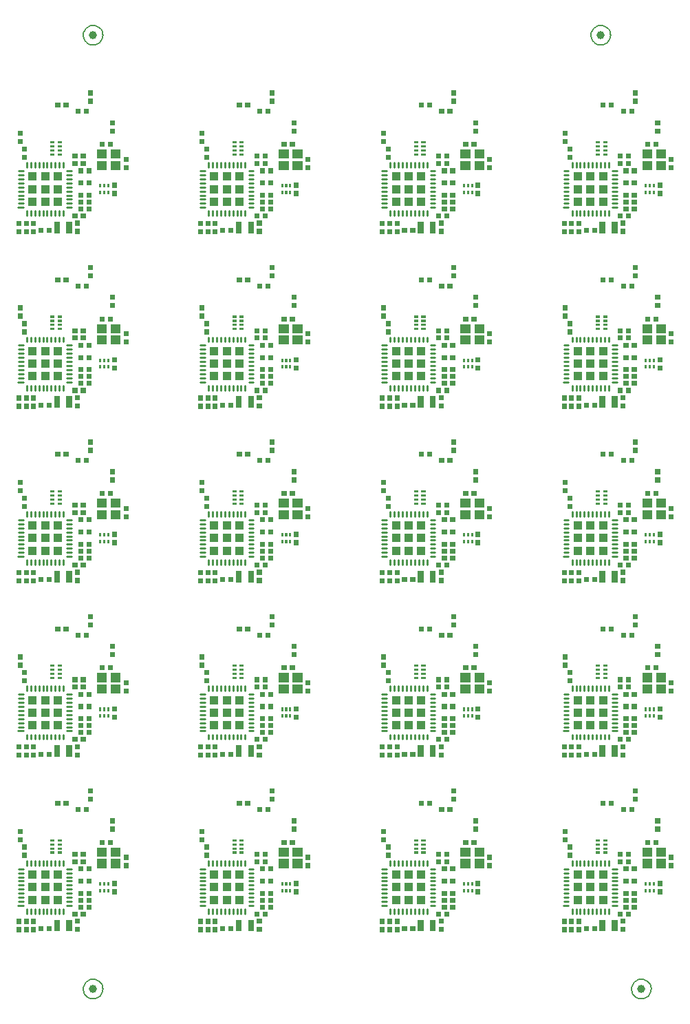
<source format=gbr>
G04 CAM350 V10.5 (Build 464) Date:  Thu Aug 14 23:26:27 2014 *
G04 Database: C:\_Hardware_\񷶥\TemperaturePCB_v7\paste_mask.cam *
G04 Layer 13: BOTTOM_PASTE *
%FSLAX36Y36*%
%MOIN*%
%SFA1.000B1.000*%

%MIA0B0*%
%IPPOS*%
%ADD11C,0.00660*%
%ADD18R,0.01040X0.01040*%
%ADD19R,0.02360X0.02360*%
%ADD20R,0.02820X0.02820*%
%ADD21R,0.04390X0.04390*%
%ADD23C,0.01160*%
%ADD29C,0.00650*%
%ADD31C,0.01060*%
%ADD47C,0.03937*%
%ADD48C,0.00787*%
%LNBOTTOM_PASTE*%
%LPD*%
G36*
X1248940Y4048661D02*
G01Y4073261D01*
X1271920*
Y4049112*
X1271918Y4049106*
X1271473Y4048661*
X1248940*
G37*
G36*
Y3203920D02*
G01Y3228520D01*
X1271920*
Y3204372*
X1271918Y3204366*
X1271472Y3203920*
X1248940*
G37*
G36*
Y2359180D02*
G01Y2383780D01*
X1271920*
Y2359632*
X1271918Y2359626*
X1271472Y2359180*
X1248940*
G37*
G36*
Y1514440D02*
G01Y1539040D01*
X1271920*
Y1514892*
X1271918Y1514886*
X1271472Y1514440*
X1248940*
G37*
G36*
Y669700D02*
G01Y694300D01*
X1271920*
Y670151*
X1271918Y670145*
X1271473Y669700*
X1248940*
G37*
G36*
X368200Y4048661D02*
G01Y4073261D01*
X391180*
Y4049112*
X391178Y4049106*
X390733Y4048661*
X368200*
G37*
G36*
Y3203920D02*
G01Y3228520D01*
X391180*
Y3204372*
X391178Y3204366*
X390732Y3203920*
X368200*
G37*
G36*
Y2359180D02*
G01Y2383780D01*
X391180*
Y2359632*
X391178Y2359626*
X390732Y2359180*
X368200*
G37*
G36*
Y1514440D02*
G01Y1539040D01*
X391180*
Y1514892*
X391178Y1514886*
X390732Y1514440*
X368200*
G37*
G36*
Y669700D02*
G01Y694300D01*
X391180*
Y670151*
X391178Y670145*
X390733Y669700*
X368200*
G37*
G36*
X3010420Y4048661D02*
G01Y4073261D01*
X3033401*
Y4049113*
X3033399Y4049107*
X3032953Y4048661*
X3010420*
G37*
G36*
Y3203920D02*
G01Y3228520D01*
X3033401*
Y3204373*
X3033399Y3204367*
X3032952Y3203920*
X3010420*
G37*
G36*
Y2359180D02*
G01Y2383780D01*
X3033401*
Y2359633*
X3033399Y2359627*
X3032952Y2359180*
X3010420*
G37*
G36*
Y1514440D02*
G01Y1539040D01*
X3033401*
Y1514893*
X3033399Y1514887*
X3032952Y1514440*
X3010420*
G37*
G36*
Y669700D02*
G01Y694300D01*
X3033401*
Y670152*
X3033399Y670146*
X3032953Y669700*
X3010420*
G37*
G36*
X2129680Y4048661D02*
G01Y4073261D01*
X2152661*
Y4049113*
X2152659Y4049107*
X2152213Y4048661*
X2129680*
G37*
G36*
Y3203920D02*
G01Y3228520D01*
X2152661*
Y3204373*
X2152659Y3204367*
X2152212Y3203920*
X2129680*
G37*
G36*
Y2359180D02*
G01Y2383780D01*
X2152661*
Y2359633*
X2152659Y2359627*
X2152212Y2359180*
X2129680*
G37*
G36*
Y1514440D02*
G01Y1539040D01*
X2152661*
Y1514893*
X2152659Y1514887*
X2152212Y1514440*
X2129680*
G37*
G36*
Y669700D02*
G01Y694300D01*
X2152661*
Y670152*
X2152659Y670146*
X2152213Y669700*
X2129680*
G37*
G36*
X2891920Y4030277D02*
G01Y4053761D01*
X2916520*
Y4030161*
X2892036*
X2891920Y4030277*
G37*
G36*
Y3185537D02*
G01Y3209020D01*
X2916520*
Y3185420*
X2892037*
X2891920Y3185537*
G37*
G36*
Y2340797D02*
G01Y2364280D01*
X2916520*
Y2340680*
X2892037*
X2891920Y2340797*
G37*
G36*
Y1496057D02*
G01Y1519540D01*
X2916520*
Y1495940*
X2892037*
X2891920Y1496057*
G37*
G36*
Y651317D02*
G01Y674800D01*
X2916520*
Y651200*
X2892037*
X2891920Y651317*
G37*
G36*
X2011180Y4030277D02*
G01Y4053761D01*
X2035780*
Y4030161*
X2011296*
X2011180Y4030277*
G37*
G36*
Y3185537D02*
G01Y3209020D01*
X2035780*
Y3185420*
X2011297*
X2011180Y3185537*
G37*
G36*
Y2340797D02*
G01Y2364280D01*
X2035780*
Y2340680*
X2011297*
X2011180Y2340797*
G37*
G36*
Y1496057D02*
G01Y1519540D01*
X2035780*
Y1495940*
X2011297*
X2011180Y1496057*
G37*
G36*
Y651317D02*
G01Y674800D01*
X2035780*
Y651200*
X2011297*
X2011180Y651317*
G37*
G36*
X1130440Y4030277D02*
G01Y4053761D01*
X1155040*
Y4030161*
X1130556*
X1130440Y4030277*
G37*
G36*
Y3185537D02*
G01Y3209020D01*
X1155040*
Y3185420*
X1130557*
X1130440Y3185537*
G37*
G36*
Y2340797D02*
G01Y2364280D01*
X1155040*
Y2340680*
X1130557*
X1130440Y2340797*
G37*
G36*
Y1496057D02*
G01Y1519540D01*
X1155040*
Y1495940*
X1130557*
X1130440Y1496057*
G37*
G36*
Y651317D02*
G01Y674800D01*
X1155040*
Y651200*
X1130557*
X1130440Y651317*
G37*
G36*
X249700Y4030277D02*
G01Y4053761D01*
X274300*
Y4030161*
X249816*
X249700Y4030277*
G37*
G36*
Y3185537D02*
G01Y3209020D01*
X274300*
Y3185420*
X249817*
X249700Y3185537*
G37*
G36*
Y2340797D02*
G01Y2364280D01*
X274300*
Y2340680*
X249817*
X249700Y2340797*
G37*
G36*
Y1496057D02*
G01Y1519540D01*
X274300*
Y1495940*
X249817*
X249700Y1496057*
G37*
G36*
Y651317D02*
G01Y674800D01*
X274300*
Y651200*
X249817*
X249700Y651317*
G37*
G54D21*
X99980Y318020D03*
Y257000D03*
Y195980D03*
X161000D03*
Y257000D03*
Y318020D03*
X222020D03*
Y257000D03*
Y195980D03*
X99980Y1162760D03*
Y1101740D03*
Y1040720D03*
X161000D03*
Y1101740D03*
Y1162760D03*
X222020D03*
Y1101740D03*
Y1040720D03*
X99980Y2007500D03*
Y1946480D03*
Y1885460D03*
X161000D03*
Y1946480D03*
Y2007500D03*
X222020D03*
Y1946480D03*
Y1885460D03*
X99980Y2852240D03*
Y2791220D03*
Y2730200D03*
X161000D03*
Y2791220D03*
Y2852240D03*
X222020D03*
Y2791220D03*
Y2730200D03*
X99980Y3696981D03*
Y3635961D03*
Y3574941D03*
X161000D03*
Y3635961D03*
Y3696981D03*
X222020D03*
Y3635961D03*
Y3574941D03*
X980720Y318020D03*
Y257000D03*
Y195980D03*
X1041740D03*
Y257000D03*
Y318020D03*
X1102760D03*
Y257000D03*
Y195980D03*
X980720Y1162760D03*
Y1101740D03*
Y1040720D03*
X1041740D03*
Y1101740D03*
Y1162760D03*
X1102760D03*
Y1101740D03*
Y1040720D03*
X980720Y2007500D03*
Y1946480D03*
Y1885460D03*
X1041740D03*
Y1946480D03*
Y2007500D03*
X1102760D03*
Y1946480D03*
Y1885460D03*
X980720Y2852240D03*
Y2791220D03*
Y2730200D03*
X1041740D03*
Y2791220D03*
Y2852240D03*
X1102760D03*
Y2791220D03*
Y2730200D03*
X980720Y3696981D03*
Y3635961D03*
Y3574941D03*
X1041740D03*
Y3635961D03*
Y3696981D03*
X1102760D03*
Y3635961D03*
Y3574941D03*
X1861460Y318020D03*
Y257000D03*
Y195980D03*
X1922480D03*
Y257000D03*
Y318020D03*
X1983500D03*
Y257000D03*
Y195980D03*
X1861460Y1162760D03*
Y1101740D03*
Y1040720D03*
X1922480D03*
Y1101740D03*
Y1162760D03*
X1983500D03*
Y1101740D03*
Y1040720D03*
X1861460Y2007500D03*
Y1946480D03*
Y1885460D03*
X1922480D03*
Y1946480D03*
Y2007500D03*
X1983500D03*
Y1946480D03*
Y1885460D03*
X1861460Y2852240D03*
Y2791220D03*
Y2730200D03*
X1922480D03*
Y2791220D03*
Y2852240D03*
X1983500D03*
Y2791220D03*
Y2730200D03*
X1861460Y3696981D03*
Y3635961D03*
Y3574941D03*
X1922480D03*
Y3635961D03*
Y3696981D03*
X1983500D03*
Y3635961D03*
Y3574941D03*
X2742200Y318020D03*
Y257000D03*
Y195980D03*
X2803220D03*
Y257000D03*
Y318020D03*
X2864240D03*
Y257000D03*
Y195980D03*
X2742200Y1162760D03*
Y1101740D03*
Y1040720D03*
X2803220D03*
Y1101740D03*
Y1162760D03*
X2864240D03*
Y1101740D03*
Y1040720D03*
X2742200Y2007500D03*
Y1946480D03*
Y1885460D03*
X2803220D03*
Y1946480D03*
Y2007500D03*
X2864240D03*
Y1946480D03*
Y1885460D03*
X2742200Y2852240D03*
Y2791220D03*
Y2730200D03*
X2803220D03*
Y2791220D03*
Y2852240D03*
X2864240D03*
Y2791220D03*
Y2730200D03*
X2742200Y3696981D03*
Y3635961D03*
Y3574941D03*
X2803220D03*
Y3635961D03*
Y3696981D03*
X2864240D03*
Y3635961D03*
Y3574941D03*
G54D47*
X393701Y4381181D03*
X2853669D03*
X393701Y-236220D03*
X3050520D03*
G54D18*
X192330Y424470D02*
G01X202230D01*
X192330Y444160D02*
G01X202230D01*
X192330Y463840D02*
G01X202230D01*
X192330Y483530D02*
G01X202230D01*
X227770D02*
G01X237670D01*
X227770Y463840D02*
G01X237670D01*
X227770Y444160D02*
G01X237670D01*
X227770Y424470D02*
G01X237670D01*
G54D19*
X487000Y577500D02*
G01Y578500D01*
Y537500D02*
G01Y538500D01*
X70000Y90500D02*
G01Y91500D01*
Y50500D02*
G01Y51500D01*
X318480Y91460D02*
G01Y92460D01*
Y51460D02*
G01Y52460D01*
X34000Y90500D02*
G01Y91500D01*
Y50500D02*
G01Y51500D01*
X62000Y450500D02*
G01Y451500D01*
Y410500D02*
G01Y411500D01*
X497610Y274530D02*
G01Y275530D01*
Y234530D02*
G01Y235530D01*
X105000Y90500D02*
G01Y91500D01*
Y50500D02*
G01Y51500D01*
X552730Y400520D02*
G01Y401520D01*
Y360520D02*
G01Y361520D01*
X380000Y721500D02*
G01Y722500D01*
X40000Y526500D02*
G01Y527500D01*
Y486500D02*
G01Y487500D01*
X345850Y127080D02*
G01X346850D01*
X305850D02*
G01X306850D01*
X360500Y633000D02*
G01X361500D01*
X320500D02*
G01X321500D01*
X437740Y473540D02*
G01X438740D01*
X477740D02*
G01X478740D01*
X305850Y381020D02*
G01X306850D01*
X345850D02*
G01X346850D01*
X333410Y194010D02*
G01X334410D01*
X373410D02*
G01X374410D01*
X345850Y416450D02*
G01X346850D01*
X305850D02*
G01X306850D01*
X333410Y345580D02*
G01X334410D01*
X373410D02*
G01X374410D01*
X180500Y56000D02*
G01X181500D01*
X140500D02*
G01X141500D01*
X373410Y160540D02*
G01X374410D01*
X333410D02*
G01X334410D01*
X333410Y286530D02*
G01X334410D01*
X373410D02*
G01X374410D01*
X333410Y227470D02*
G01X334410D01*
X373410D02*
G01X374410D01*
X221500Y663000D02*
G01X222500D01*
G54D20*
X278320Y57420D02*
G01Y84920D01*
X219270Y57420D02*
G01Y84920D01*
G54D18*
X468090Y269720D02*
G01Y276720D01*
X448400Y269720D02*
G01Y276720D01*
X428720Y269720D02*
G01Y276720D01*
Y237240D02*
G01Y244240D01*
X448400Y237240D02*
G01Y244240D01*
X468090Y237240D02*
G01Y244240D01*
G54D21*
X501570Y371170D02*
G01X505470D01*
X434640D02*
G01X438540D01*
X434640Y426290D02*
G01X438540D01*
X501570D02*
G01X505470D01*
G54D18*
X192330Y1269210D02*
G01X202230D01*
X192330Y1288900D02*
G01X202230D01*
X192330Y1308580D02*
G01X202230D01*
X192330Y1328270D02*
G01X202230D01*
X227770D02*
G01X237670D01*
X227770Y1308580D02*
G01X237670D01*
X227770Y1288900D02*
G01X237670D01*
X227770Y1269210D02*
G01X237670D01*
G54D19*
X487000Y1422240D02*
G01Y1423240D01*
Y1382240D02*
G01Y1383240D01*
X70000Y935240D02*
G01Y936240D01*
Y895240D02*
G01Y896240D01*
X318480Y936200D02*
G01Y937200D01*
Y896200D02*
G01Y897200D01*
X34000Y935240D02*
G01Y936240D01*
Y895240D02*
G01Y896240D01*
X62000Y1295240D02*
G01Y1296240D01*
Y1255240D02*
G01Y1256240D01*
X497610Y1119270D02*
G01Y1120270D01*
Y1079270D02*
G01Y1080270D01*
X105000Y935240D02*
G01Y936240D01*
Y895240D02*
G01Y896240D01*
X552730Y1245260D02*
G01Y1246260D01*
Y1205260D02*
G01Y1206260D01*
X380000Y1566240D02*
G01Y1567240D01*
X40000Y1371240D02*
G01Y1372240D01*
Y1331240D02*
G01Y1332240D01*
X345850Y971820D02*
G01X346850D01*
X305850D02*
G01X306850D01*
X360500Y1477740D02*
G01X361500D01*
X320500D02*
G01X321500D01*
X437740Y1318280D02*
G01X438740D01*
X477740D02*
G01X478740D01*
X305850Y1225760D02*
G01X306850D01*
X345850D02*
G01X346850D01*
X333410Y1038750D02*
G01X334410D01*
X373410D02*
G01X374410D01*
X345850Y1261190D02*
G01X346850D01*
X305850D02*
G01X306850D01*
X333410Y1190320D02*
G01X334410D01*
X373410D02*
G01X374410D01*
X180500Y900740D02*
G01X181500D01*
X140500D02*
G01X141500D01*
X373410Y1005280D02*
G01X374410D01*
X333410D02*
G01X334410D01*
X333410Y1131270D02*
G01X334410D01*
X373410D02*
G01X374410D01*
X333410Y1072210D02*
G01X334410D01*
X373410D02*
G01X374410D01*
X221500Y1507740D02*
G01X222500D01*
G54D20*
X278320Y902160D02*
G01Y929660D01*
X219270Y902160D02*
G01Y929660D01*
G54D18*
X468090Y1114460D02*
G01Y1121460D01*
X448400Y1114460D02*
G01Y1121460D01*
X428720Y1114460D02*
G01Y1121460D01*
Y1081980D02*
G01Y1088980D01*
X448400Y1081980D02*
G01Y1088980D01*
X468090Y1081980D02*
G01Y1088980D01*
G54D21*
X501570Y1215910D02*
G01X505470D01*
X434640D02*
G01X438540D01*
X434640Y1271030D02*
G01X438540D01*
X501570D02*
G01X505470D01*
G54D18*
X192330Y2113950D02*
G01X202230D01*
X192330Y2133640D02*
G01X202230D01*
X192330Y2153320D02*
G01X202230D01*
X192330Y2173010D02*
G01X202230D01*
X227770D02*
G01X237670D01*
X227770Y2153320D02*
G01X237670D01*
X227770Y2133640D02*
G01X237670D01*
X227770Y2113950D02*
G01X237670D01*
G54D19*
X487000Y2266980D02*
G01Y2267980D01*
Y2226980D02*
G01Y2227980D01*
X70000Y1779980D02*
G01Y1780980D01*
Y1739980D02*
G01Y1740980D01*
X318480Y1780940D02*
G01Y1781940D01*
Y1740940D02*
G01Y1741940D01*
X34000Y1779980D02*
G01Y1780980D01*
Y1739980D02*
G01Y1740980D01*
X62000Y2139980D02*
G01Y2140980D01*
Y2099980D02*
G01Y2100980D01*
X497610Y1964010D02*
G01Y1965010D01*
Y1924010D02*
G01Y1925010D01*
X105000Y1779980D02*
G01Y1780980D01*
Y1739980D02*
G01Y1740980D01*
X552730Y2090000D02*
G01Y2091000D01*
Y2050000D02*
G01Y2051000D01*
X380000Y2410980D02*
G01Y2411980D01*
X40000Y2215980D02*
G01Y2216980D01*
Y2175980D02*
G01Y2176980D01*
X345850Y1816560D02*
G01X346850D01*
X305850D02*
G01X306850D01*
X360500Y2322480D02*
G01X361500D01*
X320500D02*
G01X321500D01*
X437740Y2163020D02*
G01X438740D01*
X477740D02*
G01X478740D01*
X305850Y2070500D02*
G01X306850D01*
X345850D02*
G01X346850D01*
X333410Y1883490D02*
G01X334410D01*
X373410D02*
G01X374410D01*
X345850Y2105930D02*
G01X346850D01*
X305850D02*
G01X306850D01*
X333410Y2035060D02*
G01X334410D01*
X373410D02*
G01X374410D01*
X180500Y1745480D02*
G01X181500D01*
X140500D02*
G01X141500D01*
X373410Y1850020D02*
G01X374410D01*
X333410D02*
G01X334410D01*
X333410Y1976010D02*
G01X334410D01*
X373410D02*
G01X374410D01*
X333410Y1916950D02*
G01X334410D01*
X373410D02*
G01X374410D01*
X221500Y2352480D02*
G01X222500D01*
G54D20*
X278320Y1746900D02*
G01Y1774400D01*
X219270Y1746900D02*
G01Y1774400D01*
G54D18*
X468090Y1959200D02*
G01Y1966200D01*
X448400Y1959200D02*
G01Y1966200D01*
X428720Y1959200D02*
G01Y1966200D01*
Y1926720D02*
G01Y1933720D01*
X448400Y1926720D02*
G01Y1933720D01*
X468090Y1926720D02*
G01Y1933720D01*
G54D21*
X501570Y2060650D02*
G01X505470D01*
X434640D02*
G01X438540D01*
X434640Y2115770D02*
G01X438540D01*
X501570D02*
G01X505470D01*
G54D18*
X192330Y2958690D02*
G01X202230D01*
X192330Y2978381D02*
G01X202230D01*
X192330Y2998060D02*
G01X202230D01*
X192330Y3017750D02*
G01X202230D01*
X227770D02*
G01X237670D01*
X227770Y2998060D02*
G01X237670D01*
X227770Y2978381D02*
G01X237670D01*
X227770Y2958690D02*
G01X237670D01*
G54D19*
X487000Y3111720D02*
G01Y3112720D01*
Y3071720D02*
G01Y3072720D01*
X70000Y2624720D02*
G01Y2625720D01*
Y2584720D02*
G01Y2585720D01*
X318480Y2625681D02*
G01Y2626681D01*
Y2585681D02*
G01Y2586681D01*
X34000Y2624720D02*
G01Y2625720D01*
Y2584720D02*
G01Y2585720D01*
X62000Y2984720D02*
G01Y2985720D01*
Y2944720D02*
G01Y2945720D01*
X497610Y2808750D02*
G01Y2809750D01*
Y2768750D02*
G01Y2769750D01*
X105000Y2624720D02*
G01Y2625720D01*
Y2584720D02*
G01Y2585720D01*
X552730Y2934740D02*
G01Y2935740D01*
Y2894740D02*
G01Y2895740D01*
X380000Y3255720D02*
G01Y3256720D01*
X40000Y3060720D02*
G01Y3061720D01*
Y3020720D02*
G01Y3021720D01*
X345850Y2661300D02*
G01X346850D01*
X305850D02*
G01X306850D01*
X360500Y3167220D02*
G01X361500D01*
X320500D02*
G01X321500D01*
X437740Y3007760D02*
G01X438740D01*
X477740D02*
G01X478740D01*
X305850Y2915240D02*
G01X306850D01*
X345850D02*
G01X346850D01*
X333410Y2728231D02*
G01X334410D01*
X373410D02*
G01X374410D01*
X345850Y2950670D02*
G01X346850D01*
X305850D02*
G01X306850D01*
X333410Y2879800D02*
G01X334410D01*
X373410D02*
G01X374410D01*
X180500Y2590220D02*
G01X181500D01*
X140500D02*
G01X141500D01*
X373410Y2694760D02*
G01X374410D01*
X333410D02*
G01X334410D01*
X333410Y2820750D02*
G01X334410D01*
X373410D02*
G01X374410D01*
X333410Y2761690D02*
G01X334410D01*
X373410D02*
G01X374410D01*
X221500Y3197220D02*
G01X222500D01*
G54D20*
X278320Y2591640D02*
G01Y2619140D01*
X219270Y2591640D02*
G01Y2619140D01*
G54D18*
X468090Y2803940D02*
G01Y2810940D01*
X448400Y2803940D02*
G01Y2810940D01*
X428720Y2803940D02*
G01Y2810940D01*
Y2771460D02*
G01Y2778460D01*
X448400Y2771460D02*
G01Y2778460D01*
X468090Y2771460D02*
G01Y2778460D01*
G54D21*
X501570Y2905390D02*
G01X505470D01*
X434640D02*
G01X438540D01*
X434640Y2960510D02*
G01X438540D01*
X501570D02*
G01X505470D01*
G54D18*
X192330Y3803431D02*
G01X202230D01*
X192330Y3823121D02*
G01X202230D01*
X192330Y3842801D02*
G01X202230D01*
X192330Y3862491D02*
G01X202230D01*
X227770D02*
G01X237670D01*
X227770Y3842801D02*
G01X237670D01*
X227770Y3823121D02*
G01X237670D01*
X227770Y3803431D02*
G01X237670D01*
G54D19*
X487000Y3956461D02*
G01Y3957461D01*
Y3916461D02*
G01Y3917461D01*
X70000Y3469461D02*
G01Y3470461D01*
Y3429461D02*
G01Y3430461D01*
X318480Y3470421D02*
G01Y3471421D01*
Y3430421D02*
G01Y3431421D01*
X34000Y3469461D02*
G01Y3470461D01*
Y3429461D02*
G01Y3430461D01*
X62000Y3829461D02*
G01Y3830461D01*
Y3789461D02*
G01Y3790461D01*
X497610Y3653491D02*
G01Y3654491D01*
Y3613491D02*
G01Y3614491D01*
X105000Y3469461D02*
G01Y3470461D01*
Y3429461D02*
G01Y3430461D01*
X552730Y3779481D02*
G01Y3780481D01*
Y3739481D02*
G01Y3740481D01*
X380000Y4100461D02*
G01Y4101461D01*
X40000Y3905461D02*
G01Y3906461D01*
Y3865461D02*
G01Y3866461D01*
X345850Y3506041D02*
G01X346850D01*
X305850D02*
G01X306850D01*
X360500Y4011961D02*
G01X361500D01*
X320500D02*
G01X321500D01*
X437740Y3852501D02*
G01X438740D01*
X477740D02*
G01X478740D01*
X305850Y3759981D02*
G01X306850D01*
X345850D02*
G01X346850D01*
X333410Y3572971D02*
G01X334410D01*
X373410D02*
G01X374410D01*
X345850Y3795411D02*
G01X346850D01*
X305850D02*
G01X306850D01*
X333410Y3724541D02*
G01X334410D01*
X373410D02*
G01X374410D01*
X180500Y3434961D02*
G01X181500D01*
X140500D02*
G01X141500D01*
X373410Y3539501D02*
G01X374410D01*
X333410D02*
G01X334410D01*
X333410Y3665491D02*
G01X334410D01*
X373410D02*
G01X374410D01*
X333410Y3606431D02*
G01X334410D01*
X373410D02*
G01X374410D01*
X221500Y4041961D02*
G01X222500D01*
G54D20*
X278320Y3436381D02*
G01Y3463881D01*
X219270Y3436381D02*
G01Y3463881D01*
G54D18*
X468090Y3648681D02*
G01Y3655681D01*
X448400Y3648681D02*
G01Y3655681D01*
X428720Y3648681D02*
G01Y3655681D01*
Y3616201D02*
G01Y3623201D01*
X448400Y3616201D02*
G01Y3623201D01*
X468090Y3616201D02*
G01Y3623201D01*
G54D21*
X501570Y3750131D02*
G01X505470D01*
X434640D02*
G01X438540D01*
X434640Y3805251D02*
G01X438540D01*
X501570D02*
G01X505470D01*
G54D18*
X1073070Y424470D02*
G01X1082970D01*
X1073070Y444160D02*
G01X1082970D01*
X1073070Y463840D02*
G01X1082970D01*
X1073070Y483530D02*
G01X1082970D01*
X1108510D02*
G01X1118410D01*
X1108510Y463840D02*
G01X1118410D01*
X1108510Y444160D02*
G01X1118410D01*
X1108510Y424470D02*
G01X1118410D01*
G54D19*
X1367740Y577500D02*
G01Y578500D01*
Y537500D02*
G01Y538500D01*
X950740Y90500D02*
G01Y91500D01*
Y50500D02*
G01Y51500D01*
X1199220Y91460D02*
G01Y92460D01*
Y51460D02*
G01Y52460D01*
X914740Y90500D02*
G01Y91500D01*
Y50500D02*
G01Y51500D01*
X942740Y450500D02*
G01Y451500D01*
Y410500D02*
G01Y411500D01*
X1378350Y274530D02*
G01Y275530D01*
Y234530D02*
G01Y235530D01*
X985740Y90500D02*
G01Y91500D01*
Y50500D02*
G01Y51500D01*
X1433470Y400520D02*
G01Y401520D01*
Y360520D02*
G01Y361520D01*
X1260740Y721500D02*
G01Y722500D01*
X920740Y526500D02*
G01Y527500D01*
Y486500D02*
G01Y487500D01*
X1226590Y127080D02*
G01X1227590D01*
X1186590D02*
G01X1187590D01*
X1241240Y633000D02*
G01X1242240D01*
X1201240D02*
G01X1202240D01*
X1318480Y473540D02*
G01X1319480D01*
X1358480D02*
G01X1359480D01*
X1186590Y381020D02*
G01X1187590D01*
X1226590D02*
G01X1227590D01*
X1214150Y194010D02*
G01X1215150D01*
X1254150D02*
G01X1255150D01*
X1226590Y416450D02*
G01X1227590D01*
X1186590D02*
G01X1187590D01*
X1214150Y345580D02*
G01X1215150D01*
X1254150D02*
G01X1255150D01*
X1061240Y56000D02*
G01X1062240D01*
X1021240D02*
G01X1022240D01*
X1254150Y160540D02*
G01X1255150D01*
X1214150D02*
G01X1215150D01*
X1214150Y286530D02*
G01X1215150D01*
X1254150D02*
G01X1255150D01*
X1214150Y227470D02*
G01X1215150D01*
X1254150D02*
G01X1255150D01*
X1102240Y663000D02*
G01X1103240D01*
G54D20*
X1159060Y57420D02*
G01Y84920D01*
X1100010Y57420D02*
G01Y84920D01*
G54D18*
X1348830Y269720D02*
G01Y276720D01*
X1329140Y269720D02*
G01Y276720D01*
X1309460Y269720D02*
G01Y276720D01*
Y237240D02*
G01Y244240D01*
X1329140Y237240D02*
G01Y244240D01*
X1348830Y237240D02*
G01Y244240D01*
G54D21*
X1382310Y371170D02*
G01X1386210D01*
X1315380D02*
G01X1319280D01*
X1315380Y426290D02*
G01X1319280D01*
X1382310D02*
G01X1386210D01*
G54D18*
X1073070Y1269210D02*
G01X1082970D01*
X1073070Y1288900D02*
G01X1082970D01*
X1073070Y1308580D02*
G01X1082970D01*
X1073070Y1328270D02*
G01X1082970D01*
X1108510D02*
G01X1118410D01*
X1108510Y1308580D02*
G01X1118410D01*
X1108510Y1288900D02*
G01X1118410D01*
X1108510Y1269210D02*
G01X1118410D01*
G54D19*
X1367740Y1422240D02*
G01Y1423240D01*
Y1382240D02*
G01Y1383240D01*
X950740Y935240D02*
G01Y936240D01*
Y895240D02*
G01Y896240D01*
X1199220Y936200D02*
G01Y937200D01*
Y896200D02*
G01Y897200D01*
X914740Y935240D02*
G01Y936240D01*
Y895240D02*
G01Y896240D01*
X942740Y1295240D02*
G01Y1296240D01*
Y1255240D02*
G01Y1256240D01*
X1378350Y1119270D02*
G01Y1120270D01*
Y1079270D02*
G01Y1080270D01*
X985740Y935240D02*
G01Y936240D01*
Y895240D02*
G01Y896240D01*
X1433470Y1245260D02*
G01Y1246260D01*
Y1205260D02*
G01Y1206260D01*
X1260740Y1566240D02*
G01Y1567240D01*
X920740Y1371240D02*
G01Y1372240D01*
Y1331240D02*
G01Y1332240D01*
X1226590Y971820D02*
G01X1227590D01*
X1186590D02*
G01X1187590D01*
X1241240Y1477740D02*
G01X1242240D01*
X1201240D02*
G01X1202240D01*
X1318480Y1318280D02*
G01X1319480D01*
X1358480D02*
G01X1359480D01*
X1186590Y1225760D02*
G01X1187590D01*
X1226590D02*
G01X1227590D01*
X1214150Y1038750D02*
G01X1215150D01*
X1254150D02*
G01X1255150D01*
X1226590Y1261190D02*
G01X1227590D01*
X1186590D02*
G01X1187590D01*
X1214150Y1190320D02*
G01X1215150D01*
X1254150D02*
G01X1255150D01*
X1061240Y900740D02*
G01X1062240D01*
X1021240D02*
G01X1022240D01*
X1254150Y1005280D02*
G01X1255150D01*
X1214150D02*
G01X1215150D01*
X1214150Y1131270D02*
G01X1215150D01*
X1254150D02*
G01X1255150D01*
X1214150Y1072210D02*
G01X1215150D01*
X1254150D02*
G01X1255150D01*
X1102240Y1507740D02*
G01X1103240D01*
G54D20*
X1159060Y902160D02*
G01Y929660D01*
X1100010Y902160D02*
G01Y929660D01*
G54D18*
X1348830Y1114460D02*
G01Y1121460D01*
X1329140Y1114460D02*
G01Y1121460D01*
X1309460Y1114460D02*
G01Y1121460D01*
Y1081980D02*
G01Y1088980D01*
X1329140Y1081980D02*
G01Y1088980D01*
X1348830Y1081980D02*
G01Y1088980D01*
G54D21*
X1382310Y1215910D02*
G01X1386210D01*
X1315380D02*
G01X1319280D01*
X1315380Y1271030D02*
G01X1319280D01*
X1382310D02*
G01X1386210D01*
G54D18*
X1073070Y2113950D02*
G01X1082970D01*
X1073070Y2133640D02*
G01X1082970D01*
X1073070Y2153320D02*
G01X1082970D01*
X1073070Y2173010D02*
G01X1082970D01*
X1108510D02*
G01X1118410D01*
X1108510Y2153320D02*
G01X1118410D01*
X1108510Y2133640D02*
G01X1118410D01*
X1108510Y2113950D02*
G01X1118410D01*
G54D19*
X1367740Y2266980D02*
G01Y2267980D01*
Y2226980D02*
G01Y2227980D01*
X950740Y1779980D02*
G01Y1780980D01*
Y1739980D02*
G01Y1740980D01*
X1199220Y1780940D02*
G01Y1781940D01*
Y1740940D02*
G01Y1741940D01*
X914740Y1779980D02*
G01Y1780980D01*
Y1739980D02*
G01Y1740980D01*
X942740Y2139980D02*
G01Y2140980D01*
Y2099980D02*
G01Y2100980D01*
X1378350Y1964010D02*
G01Y1965010D01*
Y1924010D02*
G01Y1925010D01*
X985740Y1779980D02*
G01Y1780980D01*
Y1739980D02*
G01Y1740980D01*
X1433470Y2090000D02*
G01Y2091000D01*
Y2050000D02*
G01Y2051000D01*
X1260740Y2410980D02*
G01Y2411980D01*
X920740Y2215980D02*
G01Y2216980D01*
Y2175980D02*
G01Y2176980D01*
X1226590Y1816560D02*
G01X1227590D01*
X1186590D02*
G01X1187590D01*
X1241240Y2322480D02*
G01X1242240D01*
X1201240D02*
G01X1202240D01*
X1318480Y2163020D02*
G01X1319480D01*
X1358480D02*
G01X1359480D01*
X1186590Y2070500D02*
G01X1187590D01*
X1226590D02*
G01X1227590D01*
X1214150Y1883490D02*
G01X1215150D01*
X1254150D02*
G01X1255150D01*
X1226590Y2105930D02*
G01X1227590D01*
X1186590D02*
G01X1187590D01*
X1214150Y2035060D02*
G01X1215150D01*
X1254150D02*
G01X1255150D01*
X1061240Y1745480D02*
G01X1062240D01*
X1021240D02*
G01X1022240D01*
X1254150Y1850020D02*
G01X1255150D01*
X1214150D02*
G01X1215150D01*
X1214150Y1976010D02*
G01X1215150D01*
X1254150D02*
G01X1255150D01*
X1214150Y1916950D02*
G01X1215150D01*
X1254150D02*
G01X1255150D01*
X1102240Y2352480D02*
G01X1103240D01*
G54D20*
X1159060Y1746900D02*
G01Y1774400D01*
X1100010Y1746900D02*
G01Y1774400D01*
G54D18*
X1348830Y1959200D02*
G01Y1966200D01*
X1329140Y1959200D02*
G01Y1966200D01*
X1309460Y1959200D02*
G01Y1966200D01*
Y1926720D02*
G01Y1933720D01*
X1329140Y1926720D02*
G01Y1933720D01*
X1348830Y1926720D02*
G01Y1933720D01*
G54D21*
X1382310Y2060650D02*
G01X1386210D01*
X1315380D02*
G01X1319280D01*
X1315380Y2115770D02*
G01X1319280D01*
X1382310D02*
G01X1386210D01*
G54D18*
X1073070Y2958690D02*
G01X1082970D01*
X1073070Y2978381D02*
G01X1082970D01*
X1073070Y2998060D02*
G01X1082970D01*
X1073070Y3017750D02*
G01X1082970D01*
X1108510D02*
G01X1118410D01*
X1108510Y2998060D02*
G01X1118410D01*
X1108510Y2978381D02*
G01X1118410D01*
X1108510Y2958690D02*
G01X1118410D01*
G54D19*
X1367740Y3111720D02*
G01Y3112720D01*
Y3071720D02*
G01Y3072720D01*
X950740Y2624720D02*
G01Y2625720D01*
Y2584720D02*
G01Y2585720D01*
X1199220Y2625681D02*
G01Y2626681D01*
Y2585681D02*
G01Y2586681D01*
X914740Y2624720D02*
G01Y2625720D01*
Y2584720D02*
G01Y2585720D01*
X942740Y2984720D02*
G01Y2985720D01*
Y2944720D02*
G01Y2945720D01*
X1378350Y2808750D02*
G01Y2809750D01*
Y2768750D02*
G01Y2769750D01*
X985740Y2624720D02*
G01Y2625720D01*
Y2584720D02*
G01Y2585720D01*
X1433470Y2934740D02*
G01Y2935740D01*
Y2894740D02*
G01Y2895740D01*
X1260740Y3255720D02*
G01Y3256720D01*
X920740Y3060720D02*
G01Y3061720D01*
Y3020720D02*
G01Y3021720D01*
X1226590Y2661300D02*
G01X1227590D01*
X1186590D02*
G01X1187590D01*
X1241240Y3167220D02*
G01X1242240D01*
X1201240D02*
G01X1202240D01*
X1318480Y3007760D02*
G01X1319480D01*
X1358480D02*
G01X1359480D01*
X1186590Y2915240D02*
G01X1187590D01*
X1226590D02*
G01X1227590D01*
X1214150Y2728231D02*
G01X1215150D01*
X1254150D02*
G01X1255150D01*
X1226590Y2950670D02*
G01X1227590D01*
X1186590D02*
G01X1187590D01*
X1214150Y2879800D02*
G01X1215150D01*
X1254150D02*
G01X1255150D01*
X1061240Y2590220D02*
G01X1062240D01*
X1021240D02*
G01X1022240D01*
X1254150Y2694760D02*
G01X1255150D01*
X1214150D02*
G01X1215150D01*
X1214150Y2820750D02*
G01X1215150D01*
X1254150D02*
G01X1255150D01*
X1214150Y2761690D02*
G01X1215150D01*
X1254150D02*
G01X1255150D01*
X1102240Y3197220D02*
G01X1103240D01*
G54D20*
X1159060Y2591640D02*
G01Y2619140D01*
X1100010Y2591640D02*
G01Y2619140D01*
G54D18*
X1348830Y2803940D02*
G01Y2810940D01*
X1329140Y2803940D02*
G01Y2810940D01*
X1309460Y2803940D02*
G01Y2810940D01*
Y2771460D02*
G01Y2778460D01*
X1329140Y2771460D02*
G01Y2778460D01*
X1348830Y2771460D02*
G01Y2778460D01*
G54D21*
X1382310Y2905390D02*
G01X1386210D01*
X1315380D02*
G01X1319280D01*
X1315380Y2960510D02*
G01X1319280D01*
X1382310D02*
G01X1386210D01*
G54D18*
X1073070Y3803431D02*
G01X1082970D01*
X1073070Y3823121D02*
G01X1082970D01*
X1073070Y3842801D02*
G01X1082970D01*
X1073070Y3862491D02*
G01X1082970D01*
X1108510D02*
G01X1118410D01*
X1108510Y3842801D02*
G01X1118410D01*
X1108510Y3823121D02*
G01X1118410D01*
X1108510Y3803431D02*
G01X1118410D01*
G54D19*
X1367740Y3956461D02*
G01Y3957461D01*
Y3916461D02*
G01Y3917461D01*
X950740Y3469461D02*
G01Y3470461D01*
Y3429461D02*
G01Y3430461D01*
X1199220Y3470421D02*
G01Y3471421D01*
Y3430421D02*
G01Y3431421D01*
X914740Y3469461D02*
G01Y3470461D01*
Y3429461D02*
G01Y3430461D01*
X942740Y3829461D02*
G01Y3830461D01*
Y3789461D02*
G01Y3790461D01*
X1378350Y3653491D02*
G01Y3654491D01*
Y3613491D02*
G01Y3614491D01*
X985740Y3469461D02*
G01Y3470461D01*
Y3429461D02*
G01Y3430461D01*
X1433470Y3779481D02*
G01Y3780481D01*
Y3739481D02*
G01Y3740481D01*
X1260740Y4100461D02*
G01Y4101461D01*
X920740Y3905461D02*
G01Y3906461D01*
Y3865461D02*
G01Y3866461D01*
X1226590Y3506041D02*
G01X1227590D01*
X1186590D02*
G01X1187590D01*
X1241240Y4011961D02*
G01X1242240D01*
X1201240D02*
G01X1202240D01*
X1318480Y3852501D02*
G01X1319480D01*
X1358480D02*
G01X1359480D01*
X1186590Y3759981D02*
G01X1187590D01*
X1226590D02*
G01X1227590D01*
X1214150Y3572971D02*
G01X1215150D01*
X1254150D02*
G01X1255150D01*
X1226590Y3795411D02*
G01X1227590D01*
X1186590D02*
G01X1187590D01*
X1214150Y3724541D02*
G01X1215150D01*
X1254150D02*
G01X1255150D01*
X1061240Y3434961D02*
G01X1062240D01*
X1021240D02*
G01X1022240D01*
X1254150Y3539501D02*
G01X1255150D01*
X1214150D02*
G01X1215150D01*
X1214150Y3665491D02*
G01X1215150D01*
X1254150D02*
G01X1255150D01*
X1214150Y3606431D02*
G01X1215150D01*
X1254150D02*
G01X1255150D01*
X1102240Y4041961D02*
G01X1103240D01*
G54D20*
X1159060Y3436381D02*
G01Y3463881D01*
X1100010Y3436381D02*
G01Y3463881D01*
G54D18*
X1348830Y3648681D02*
G01Y3655681D01*
X1329140Y3648681D02*
G01Y3655681D01*
X1309460Y3648681D02*
G01Y3655681D01*
Y3616201D02*
G01Y3623201D01*
X1329140Y3616201D02*
G01Y3623201D01*
X1348830Y3616201D02*
G01Y3623201D01*
G54D21*
X1382310Y3750131D02*
G01X1386210D01*
X1315380D02*
G01X1319280D01*
X1315380Y3805251D02*
G01X1319280D01*
X1382310D02*
G01X1386210D01*
G54D18*
X1953810Y424470D02*
G01X1963710D01*
X1953810Y444160D02*
G01X1963710D01*
X1953810Y463840D02*
G01X1963710D01*
X1953810Y483530D02*
G01X1963710D01*
X1989250D02*
G01X1999150D01*
X1989250Y463840D02*
G01X1999150D01*
X1989250Y444160D02*
G01X1999150D01*
X1989250Y424470D02*
G01X1999150D01*
G54D19*
X2248480Y577500D02*
G01Y578500D01*
Y537500D02*
G01Y538500D01*
X1831480Y90500D02*
G01Y91500D01*
Y50500D02*
G01Y51500D01*
X2079960Y91460D02*
G01Y92460D01*
Y51460D02*
G01Y52460D01*
X1795480Y90500D02*
G01Y91500D01*
Y50500D02*
G01Y51500D01*
X1823480Y450500D02*
G01Y451500D01*
Y410500D02*
G01Y411500D01*
X2259090Y274530D02*
G01Y275530D01*
Y234530D02*
G01Y235530D01*
X1866480Y90500D02*
G01Y91500D01*
Y50500D02*
G01Y51500D01*
X2314210Y400520D02*
G01Y401520D01*
Y360520D02*
G01Y361520D01*
X2141480Y721500D02*
G01Y722500D01*
X1801480Y526500D02*
G01Y527500D01*
Y486500D02*
G01Y487500D01*
X2107330Y127080D02*
G01X2108330D01*
X2067330D02*
G01X2068330D01*
X2121980Y633000D02*
G01X2122980D01*
X2081980D02*
G01X2082980D01*
X2199220Y473540D02*
G01X2200220D01*
X2239220D02*
G01X2240220D01*
X2067330Y381020D02*
G01X2068330D01*
X2107330D02*
G01X2108330D01*
X2094890Y194010D02*
G01X2095890D01*
X2134890D02*
G01X2135890D01*
X2107330Y416450D02*
G01X2108330D01*
X2067330D02*
G01X2068330D01*
X2094890Y345580D02*
G01X2095890D01*
X2134890D02*
G01X2135890D01*
X1941980Y56000D02*
G01X1942980D01*
X1901980D02*
G01X1902980D01*
X2134890Y160540D02*
G01X2135890D01*
X2094890D02*
G01X2095890D01*
X2094890Y286530D02*
G01X2095890D01*
X2134890D02*
G01X2135890D01*
X2094890Y227470D02*
G01X2095890D01*
X2134890D02*
G01X2135890D01*
X1982980Y663000D02*
G01X1983980D01*
G54D20*
X2039800Y57420D02*
G01Y84920D01*
X1980750Y57420D02*
G01Y84920D01*
G54D18*
X2229570Y269720D02*
G01Y276720D01*
X2209880Y269720D02*
G01Y276720D01*
X2190200Y269720D02*
G01Y276720D01*
Y237240D02*
G01Y244240D01*
X2209880Y237240D02*
G01Y244240D01*
X2229570Y237240D02*
G01Y244240D01*
G54D21*
X2263050Y371170D02*
G01X2266950D01*
X2196120D02*
G01X2200020D01*
X2196120Y426290D02*
G01X2200020D01*
X2263050D02*
G01X2266950D01*
G54D18*
X1953810Y1269210D02*
G01X1963710D01*
X1953810Y1288900D02*
G01X1963710D01*
X1953810Y1308580D02*
G01X1963710D01*
X1953810Y1328270D02*
G01X1963710D01*
X1989250D02*
G01X1999150D01*
X1989250Y1308580D02*
G01X1999150D01*
X1989250Y1288900D02*
G01X1999150D01*
X1989250Y1269210D02*
G01X1999150D01*
G54D19*
X2248480Y1422240D02*
G01Y1423240D01*
Y1382240D02*
G01Y1383240D01*
X1831480Y935240D02*
G01Y936240D01*
Y895240D02*
G01Y896240D01*
X2079960Y936200D02*
G01Y937200D01*
Y896200D02*
G01Y897200D01*
X1795480Y935240D02*
G01Y936240D01*
Y895240D02*
G01Y896240D01*
X1823480Y1295240D02*
G01Y1296240D01*
Y1255240D02*
G01Y1256240D01*
X2259090Y1119270D02*
G01Y1120270D01*
Y1079270D02*
G01Y1080270D01*
X1866480Y935240D02*
G01Y936240D01*
Y895240D02*
G01Y896240D01*
X2314210Y1245260D02*
G01Y1246260D01*
Y1205260D02*
G01Y1206260D01*
X2141480Y1566240D02*
G01Y1567240D01*
X1801480Y1371240D02*
G01Y1372240D01*
Y1331240D02*
G01Y1332240D01*
X2107330Y971820D02*
G01X2108330D01*
X2067330D02*
G01X2068330D01*
X2121980Y1477740D02*
G01X2122980D01*
X2081980D02*
G01X2082980D01*
X2199220Y1318280D02*
G01X2200220D01*
X2239220D02*
G01X2240220D01*
X2067330Y1225760D02*
G01X2068330D01*
X2107330D02*
G01X2108330D01*
X2094890Y1038750D02*
G01X2095890D01*
X2134890D02*
G01X2135890D01*
X2107330Y1261190D02*
G01X2108330D01*
X2067330D02*
G01X2068330D01*
X2094890Y1190320D02*
G01X2095890D01*
X2134890D02*
G01X2135890D01*
X1941980Y900740D02*
G01X1942980D01*
X1901980D02*
G01X1902980D01*
X2134890Y1005280D02*
G01X2135890D01*
X2094890D02*
G01X2095890D01*
X2094890Y1131270D02*
G01X2095890D01*
X2134890D02*
G01X2135890D01*
X2094890Y1072210D02*
G01X2095890D01*
X2134890D02*
G01X2135890D01*
X1982980Y1507740D02*
G01X1983980D01*
G54D20*
X2039800Y902160D02*
G01Y929660D01*
X1980750Y902160D02*
G01Y929660D01*
G54D18*
X2229570Y1114460D02*
G01Y1121460D01*
X2209880Y1114460D02*
G01Y1121460D01*
X2190200Y1114460D02*
G01Y1121460D01*
Y1081980D02*
G01Y1088980D01*
X2209880Y1081980D02*
G01Y1088980D01*
X2229570Y1081980D02*
G01Y1088980D01*
G54D21*
X2263050Y1215910D02*
G01X2266950D01*
X2196120D02*
G01X2200020D01*
X2196120Y1271030D02*
G01X2200020D01*
X2263050D02*
G01X2266950D01*
G54D18*
X1953810Y2113950D02*
G01X1963710D01*
X1953810Y2133640D02*
G01X1963710D01*
X1953810Y2153320D02*
G01X1963710D01*
X1953810Y2173010D02*
G01X1963710D01*
X1989250D02*
G01X1999150D01*
X1989250Y2153320D02*
G01X1999150D01*
X1989250Y2133640D02*
G01X1999150D01*
X1989250Y2113950D02*
G01X1999150D01*
G54D19*
X2248480Y2266980D02*
G01Y2267980D01*
Y2226980D02*
G01Y2227980D01*
X1831480Y1779980D02*
G01Y1780980D01*
Y1739980D02*
G01Y1740980D01*
X2079960Y1780940D02*
G01Y1781940D01*
Y1740940D02*
G01Y1741940D01*
X1795480Y1779980D02*
G01Y1780980D01*
Y1739980D02*
G01Y1740980D01*
X1823480Y2139980D02*
G01Y2140980D01*
Y2099980D02*
G01Y2100980D01*
X2259090Y1964010D02*
G01Y1965010D01*
Y1924010D02*
G01Y1925010D01*
X1866480Y1779980D02*
G01Y1780980D01*
Y1739980D02*
G01Y1740980D01*
X2314210Y2090000D02*
G01Y2091000D01*
Y2050000D02*
G01Y2051000D01*
X2141480Y2410980D02*
G01Y2411980D01*
X1801480Y2215980D02*
G01Y2216980D01*
Y2175980D02*
G01Y2176980D01*
X2107330Y1816560D02*
G01X2108330D01*
X2067330D02*
G01X2068330D01*
X2121980Y2322480D02*
G01X2122980D01*
X2081980D02*
G01X2082980D01*
X2199220Y2163020D02*
G01X2200220D01*
X2239220D02*
G01X2240220D01*
X2067330Y2070500D02*
G01X2068330D01*
X2107330D02*
G01X2108330D01*
X2094890Y1883490D02*
G01X2095890D01*
X2134890D02*
G01X2135890D01*
X2107330Y2105930D02*
G01X2108330D01*
X2067330D02*
G01X2068330D01*
X2094890Y2035060D02*
G01X2095890D01*
X2134890D02*
G01X2135890D01*
X1941980Y1745480D02*
G01X1942980D01*
X1901980D02*
G01X1902980D01*
X2134890Y1850020D02*
G01X2135890D01*
X2094890D02*
G01X2095890D01*
X2094890Y1976010D02*
G01X2095890D01*
X2134890D02*
G01X2135890D01*
X2094890Y1916950D02*
G01X2095890D01*
X2134890D02*
G01X2135890D01*
X1982980Y2352480D02*
G01X1983980D01*
G54D20*
X2039800Y1746900D02*
G01Y1774400D01*
X1980750Y1746900D02*
G01Y1774400D01*
G54D18*
X2229570Y1959200D02*
G01Y1966200D01*
X2209880Y1959200D02*
G01Y1966200D01*
X2190200Y1959200D02*
G01Y1966200D01*
Y1926720D02*
G01Y1933720D01*
X2209880Y1926720D02*
G01Y1933720D01*
X2229570Y1926720D02*
G01Y1933720D01*
G54D21*
X2263050Y2060650D02*
G01X2266950D01*
X2196120D02*
G01X2200020D01*
X2196120Y2115770D02*
G01X2200020D01*
X2263050D02*
G01X2266950D01*
G54D18*
X1953810Y2958690D02*
G01X1963710D01*
X1953810Y2978381D02*
G01X1963710D01*
X1953810Y2998060D02*
G01X1963710D01*
X1953810Y3017750D02*
G01X1963710D01*
X1989250D02*
G01X1999150D01*
X1989250Y2998060D02*
G01X1999150D01*
X1989250Y2978381D02*
G01X1999150D01*
X1989250Y2958690D02*
G01X1999150D01*
G54D19*
X2248480Y3111720D02*
G01Y3112720D01*
Y3071720D02*
G01Y3072720D01*
X1831480Y2624720D02*
G01Y2625720D01*
Y2584720D02*
G01Y2585720D01*
X2079960Y2625681D02*
G01Y2626681D01*
Y2585681D02*
G01Y2586681D01*
X1795480Y2624720D02*
G01Y2625720D01*
Y2584720D02*
G01Y2585720D01*
X1823480Y2984720D02*
G01Y2985720D01*
Y2944720D02*
G01Y2945720D01*
X2259090Y2808750D02*
G01Y2809750D01*
Y2768750D02*
G01Y2769750D01*
X1866480Y2624720D02*
G01Y2625720D01*
Y2584720D02*
G01Y2585720D01*
X2314210Y2934740D02*
G01Y2935740D01*
Y2894740D02*
G01Y2895740D01*
X2141480Y3255720D02*
G01Y3256720D01*
X1801480Y3060720D02*
G01Y3061720D01*
Y3020720D02*
G01Y3021720D01*
X2107330Y2661300D02*
G01X2108330D01*
X2067330D02*
G01X2068330D01*
X2121980Y3167220D02*
G01X2122980D01*
X2081980D02*
G01X2082980D01*
X2199220Y3007760D02*
G01X2200220D01*
X2239220D02*
G01X2240220D01*
X2067330Y2915240D02*
G01X2068330D01*
X2107330D02*
G01X2108330D01*
X2094890Y2728231D02*
G01X2095890D01*
X2134890D02*
G01X2135890D01*
X2107330Y2950670D02*
G01X2108330D01*
X2067330D02*
G01X2068330D01*
X2094890Y2879800D02*
G01X2095890D01*
X2134890D02*
G01X2135890D01*
X1941980Y2590220D02*
G01X1942980D01*
X1901980D02*
G01X1902980D01*
X2134890Y2694760D02*
G01X2135890D01*
X2094890D02*
G01X2095890D01*
X2094890Y2820750D02*
G01X2095890D01*
X2134890D02*
G01X2135890D01*
X2094890Y2761690D02*
G01X2095890D01*
X2134890D02*
G01X2135890D01*
X1982980Y3197220D02*
G01X1983980D01*
G54D20*
X2039800Y2591640D02*
G01Y2619140D01*
X1980750Y2591640D02*
G01Y2619140D01*
G54D18*
X2229570Y2803940D02*
G01Y2810940D01*
X2209880Y2803940D02*
G01Y2810940D01*
X2190200Y2803940D02*
G01Y2810940D01*
Y2771460D02*
G01Y2778460D01*
X2209880Y2771460D02*
G01Y2778460D01*
X2229570Y2771460D02*
G01Y2778460D01*
G54D21*
X2263050Y2905390D02*
G01X2266950D01*
X2196120D02*
G01X2200020D01*
X2196120Y2960510D02*
G01X2200020D01*
X2263050D02*
G01X2266950D01*
G54D18*
X1953810Y3803431D02*
G01X1963710D01*
X1953810Y3823121D02*
G01X1963710D01*
X1953810Y3842801D02*
G01X1963710D01*
X1953810Y3862491D02*
G01X1963710D01*
X1989250D02*
G01X1999150D01*
X1989250Y3842801D02*
G01X1999150D01*
X1989250Y3823121D02*
G01X1999150D01*
X1989250Y3803431D02*
G01X1999150D01*
G54D19*
X2248480Y3956461D02*
G01Y3957461D01*
Y3916461D02*
G01Y3917461D01*
X1831480Y3469461D02*
G01Y3470461D01*
Y3429461D02*
G01Y3430461D01*
X2079960Y3470421D02*
G01Y3471421D01*
Y3430421D02*
G01Y3431421D01*
X1795480Y3469461D02*
G01Y3470461D01*
Y3429461D02*
G01Y3430461D01*
X1823480Y3829461D02*
G01Y3830461D01*
Y3789461D02*
G01Y3790461D01*
X2259090Y3653491D02*
G01Y3654491D01*
Y3613491D02*
G01Y3614491D01*
X1866480Y3469461D02*
G01Y3470461D01*
Y3429461D02*
G01Y3430461D01*
X2314210Y3779481D02*
G01Y3780481D01*
Y3739481D02*
G01Y3740481D01*
X2141480Y4100461D02*
G01Y4101461D01*
X1801480Y3905461D02*
G01Y3906461D01*
Y3865461D02*
G01Y3866461D01*
X2107330Y3506041D02*
G01X2108330D01*
X2067330D02*
G01X2068330D01*
X2121980Y4011961D02*
G01X2122980D01*
X2081980D02*
G01X2082980D01*
X2199220Y3852501D02*
G01X2200220D01*
X2239220D02*
G01X2240220D01*
X2067330Y3759981D02*
G01X2068330D01*
X2107330D02*
G01X2108330D01*
X2094890Y3572971D02*
G01X2095890D01*
X2134890D02*
G01X2135890D01*
X2107330Y3795411D02*
G01X2108330D01*
X2067330D02*
G01X2068330D01*
X2094890Y3724541D02*
G01X2095890D01*
X2134890D02*
G01X2135890D01*
X1941980Y3434961D02*
G01X1942980D01*
X1901980D02*
G01X1902980D01*
X2134890Y3539501D02*
G01X2135890D01*
X2094890D02*
G01X2095890D01*
X2094890Y3665491D02*
G01X2095890D01*
X2134890D02*
G01X2135890D01*
X2094890Y3606431D02*
G01X2095890D01*
X2134890D02*
G01X2135890D01*
X1982980Y4041961D02*
G01X1983980D01*
G54D20*
X2039800Y3436381D02*
G01Y3463881D01*
X1980750Y3436381D02*
G01Y3463881D01*
G54D18*
X2229570Y3648681D02*
G01Y3655681D01*
X2209880Y3648681D02*
G01Y3655681D01*
X2190200Y3648681D02*
G01Y3655681D01*
Y3616201D02*
G01Y3623201D01*
X2209880Y3616201D02*
G01Y3623201D01*
X2229570Y3616201D02*
G01Y3623201D01*
G54D21*
X2263050Y3750131D02*
G01X2266950D01*
X2196120D02*
G01X2200020D01*
X2196120Y3805251D02*
G01X2200020D01*
X2263050D02*
G01X2266950D01*
G54D18*
X2834550Y424470D02*
G01X2844450D01*
X2834550Y444160D02*
G01X2844450D01*
X2834550Y463840D02*
G01X2844450D01*
X2834550Y483530D02*
G01X2844450D01*
X2869990D02*
G01X2879890D01*
X2869990Y463840D02*
G01X2879890D01*
X2869990Y444160D02*
G01X2879890D01*
X2869990Y424470D02*
G01X2879890D01*
G54D19*
X3129220Y577500D02*
G01Y578500D01*
Y537500D02*
G01Y538500D01*
X2712220Y90500D02*
G01Y91500D01*
Y50500D02*
G01Y51500D01*
X2960700Y91460D02*
G01Y92460D01*
Y51460D02*
G01Y52460D01*
X2676220Y90500D02*
G01Y91500D01*
Y50500D02*
G01Y51500D01*
X2704220Y450500D02*
G01Y451500D01*
Y410500D02*
G01Y411500D01*
X3139831Y274530D02*
G01Y275530D01*
Y234530D02*
G01Y235530D01*
X2747220Y90500D02*
G01Y91500D01*
Y50500D02*
G01Y51500D01*
X3194950Y400520D02*
G01Y401520D01*
Y360520D02*
G01Y361520D01*
X3022220Y721500D02*
G01Y722500D01*
X2682220Y526500D02*
G01Y527500D01*
Y486500D02*
G01Y487500D01*
X2988070Y127080D02*
G01X2989070D01*
X2948070D02*
G01X2949070D01*
X3002720Y633000D02*
G01X3003720D01*
X2962720D02*
G01X2963720D01*
X3079960Y473540D02*
G01X3080960D01*
X3119960D02*
G01X3120960D01*
X2948070Y381020D02*
G01X2949070D01*
X2988070D02*
G01X2989070D01*
X2975631Y194010D02*
G01X2976631D01*
X3015631D02*
G01X3016631D01*
X2988070Y416450D02*
G01X2989070D01*
X2948070D02*
G01X2949070D01*
X2975631Y345580D02*
G01X2976631D01*
X3015631D02*
G01X3016631D01*
X2822720Y56000D02*
G01X2823720D01*
X2782720D02*
G01X2783720D01*
X3015631Y160540D02*
G01X3016631D01*
X2975631D02*
G01X2976631D01*
X2975631Y286530D02*
G01X2976631D01*
X3015631D02*
G01X3016631D01*
X2975631Y227470D02*
G01X2976631D01*
X3015631D02*
G01X3016631D01*
X2863720Y663000D02*
G01X2864720D01*
G54D20*
X2920540Y57420D02*
G01Y84920D01*
X2861490Y57420D02*
G01Y84920D01*
G54D18*
X3110310Y269720D02*
G01Y276720D01*
X3090620Y269720D02*
G01Y276720D01*
X3070940Y269720D02*
G01Y276720D01*
Y237240D02*
G01Y244240D01*
X3090620Y237240D02*
G01Y244240D01*
X3110310Y237240D02*
G01Y244240D01*
G54D21*
X3143790Y371170D02*
G01X3147690D01*
X3076860D02*
G01X3080760D01*
X3076860Y426290D02*
G01X3080760D01*
X3143790D02*
G01X3147690D01*
G54D18*
X2834550Y1269210D02*
G01X2844450D01*
X2834550Y1288900D02*
G01X2844450D01*
X2834550Y1308580D02*
G01X2844450D01*
X2834550Y1328270D02*
G01X2844450D01*
X2869990D02*
G01X2879890D01*
X2869990Y1308580D02*
G01X2879890D01*
X2869990Y1288900D02*
G01X2879890D01*
X2869990Y1269210D02*
G01X2879890D01*
G54D19*
X3129220Y1422240D02*
G01Y1423240D01*
Y1382240D02*
G01Y1383240D01*
X2712220Y935240D02*
G01Y936240D01*
Y895240D02*
G01Y896240D01*
X2960700Y936200D02*
G01Y937200D01*
Y896200D02*
G01Y897200D01*
X2676220Y935240D02*
G01Y936240D01*
Y895240D02*
G01Y896240D01*
X2704220Y1295240D02*
G01Y1296240D01*
Y1255240D02*
G01Y1256240D01*
X3139831Y1119270D02*
G01Y1120270D01*
Y1079270D02*
G01Y1080270D01*
X2747220Y935240D02*
G01Y936240D01*
Y895240D02*
G01Y896240D01*
X3194950Y1245260D02*
G01Y1246260D01*
Y1205260D02*
G01Y1206260D01*
X3022220Y1566240D02*
G01Y1567240D01*
X2682220Y1371240D02*
G01Y1372240D01*
Y1331240D02*
G01Y1332240D01*
X2988070Y971820D02*
G01X2989070D01*
X2948070D02*
G01X2949070D01*
X3002720Y1477740D02*
G01X3003720D01*
X2962720D02*
G01X2963720D01*
X3079960Y1318280D02*
G01X3080960D01*
X3119960D02*
G01X3120960D01*
X2948070Y1225760D02*
G01X2949070D01*
X2988070D02*
G01X2989070D01*
X2975631Y1038750D02*
G01X2976631D01*
X3015631D02*
G01X3016631D01*
X2988070Y1261190D02*
G01X2989070D01*
X2948070D02*
G01X2949070D01*
X2975631Y1190320D02*
G01X2976631D01*
X3015631D02*
G01X3016631D01*
X2822720Y900740D02*
G01X2823720D01*
X2782720D02*
G01X2783720D01*
X3015631Y1005280D02*
G01X3016631D01*
X2975631D02*
G01X2976631D01*
X2975631Y1131270D02*
G01X2976631D01*
X3015631D02*
G01X3016631D01*
X2975631Y1072210D02*
G01X2976631D01*
X3015631D02*
G01X3016631D01*
X2863720Y1507740D02*
G01X2864720D01*
G54D20*
X2920540Y902160D02*
G01Y929660D01*
X2861490Y902160D02*
G01Y929660D01*
G54D18*
X3110310Y1114460D02*
G01Y1121460D01*
X3090620Y1114460D02*
G01Y1121460D01*
X3070940Y1114460D02*
G01Y1121460D01*
Y1081980D02*
G01Y1088980D01*
X3090620Y1081980D02*
G01Y1088980D01*
X3110310Y1081980D02*
G01Y1088980D01*
G54D21*
X3143790Y1215910D02*
G01X3147690D01*
X3076860D02*
G01X3080760D01*
X3076860Y1271030D02*
G01X3080760D01*
X3143790D02*
G01X3147690D01*
G54D18*
X2834550Y2113950D02*
G01X2844450D01*
X2834550Y2133640D02*
G01X2844450D01*
X2834550Y2153320D02*
G01X2844450D01*
X2834550Y2173010D02*
G01X2844450D01*
X2869990D02*
G01X2879890D01*
X2869990Y2153320D02*
G01X2879890D01*
X2869990Y2133640D02*
G01X2879890D01*
X2869990Y2113950D02*
G01X2879890D01*
G54D19*
X3129220Y2266980D02*
G01Y2267980D01*
Y2226980D02*
G01Y2227980D01*
X2712220Y1779980D02*
G01Y1780980D01*
Y1739980D02*
G01Y1740980D01*
X2960700Y1780940D02*
G01Y1781940D01*
Y1740940D02*
G01Y1741940D01*
X2676220Y1779980D02*
G01Y1780980D01*
Y1739980D02*
G01Y1740980D01*
X2704220Y2139980D02*
G01Y2140980D01*
Y2099980D02*
G01Y2100980D01*
X3139831Y1964010D02*
G01Y1965010D01*
Y1924010D02*
G01Y1925010D01*
X2747220Y1779980D02*
G01Y1780980D01*
Y1739980D02*
G01Y1740980D01*
X3194950Y2090000D02*
G01Y2091000D01*
Y2050000D02*
G01Y2051000D01*
X3022220Y2410980D02*
G01Y2411980D01*
X2682220Y2215980D02*
G01Y2216980D01*
Y2175980D02*
G01Y2176980D01*
X2988070Y1816560D02*
G01X2989070D01*
X2948070D02*
G01X2949070D01*
X3002720Y2322480D02*
G01X3003720D01*
X2962720D02*
G01X2963720D01*
X3079960Y2163020D02*
G01X3080960D01*
X3119960D02*
G01X3120960D01*
X2948070Y2070500D02*
G01X2949070D01*
X2988070D02*
G01X2989070D01*
X2975631Y1883490D02*
G01X2976631D01*
X3015631D02*
G01X3016631D01*
X2988070Y2105930D02*
G01X2989070D01*
X2948070D02*
G01X2949070D01*
X2975631Y2035060D02*
G01X2976631D01*
X3015631D02*
G01X3016631D01*
X2822720Y1745480D02*
G01X2823720D01*
X2782720D02*
G01X2783720D01*
X3015631Y1850020D02*
G01X3016631D01*
X2975631D02*
G01X2976631D01*
X2975631Y1976010D02*
G01X2976631D01*
X3015631D02*
G01X3016631D01*
X2975631Y1916950D02*
G01X2976631D01*
X3015631D02*
G01X3016631D01*
X2863720Y2352480D02*
G01X2864720D01*
G54D20*
X2920540Y1746900D02*
G01Y1774400D01*
X2861490Y1746900D02*
G01Y1774400D01*
G54D18*
X3110310Y1959200D02*
G01Y1966200D01*
X3090620Y1959200D02*
G01Y1966200D01*
X3070940Y1959200D02*
G01Y1966200D01*
Y1926720D02*
G01Y1933720D01*
X3090620Y1926720D02*
G01Y1933720D01*
X3110310Y1926720D02*
G01Y1933720D01*
G54D21*
X3143790Y2060650D02*
G01X3147690D01*
X3076860D02*
G01X3080760D01*
X3076860Y2115770D02*
G01X3080760D01*
X3143790D02*
G01X3147690D01*
G54D18*
X2834550Y2958690D02*
G01X2844450D01*
X2834550Y2978381D02*
G01X2844450D01*
X2834550Y2998060D02*
G01X2844450D01*
X2834550Y3017750D02*
G01X2844450D01*
X2869990D02*
G01X2879890D01*
X2869990Y2998060D02*
G01X2879890D01*
X2869990Y2978381D02*
G01X2879890D01*
X2869990Y2958690D02*
G01X2879890D01*
G54D19*
X3129220Y3111720D02*
G01Y3112720D01*
Y3071720D02*
G01Y3072720D01*
X2712220Y2624720D02*
G01Y2625720D01*
Y2584720D02*
G01Y2585720D01*
X2960700Y2625681D02*
G01Y2626681D01*
Y2585681D02*
G01Y2586681D01*
X2676220Y2624720D02*
G01Y2625720D01*
Y2584720D02*
G01Y2585720D01*
X2704220Y2984720D02*
G01Y2985720D01*
Y2944720D02*
G01Y2945720D01*
X3139831Y2808750D02*
G01Y2809750D01*
Y2768750D02*
G01Y2769750D01*
X2747220Y2624720D02*
G01Y2625720D01*
Y2584720D02*
G01Y2585720D01*
X3194950Y2934740D02*
G01Y2935740D01*
Y2894740D02*
G01Y2895740D01*
X3022220Y3255720D02*
G01Y3256720D01*
X2682220Y3060720D02*
G01Y3061720D01*
Y3020720D02*
G01Y3021720D01*
X2988070Y2661300D02*
G01X2989070D01*
X2948070D02*
G01X2949070D01*
X3002720Y3167220D02*
G01X3003720D01*
X2962720D02*
G01X2963720D01*
X3079960Y3007760D02*
G01X3080960D01*
X3119960D02*
G01X3120960D01*
X2948070Y2915240D02*
G01X2949070D01*
X2988070D02*
G01X2989070D01*
X2975631Y2728231D02*
G01X2976631D01*
X3015631D02*
G01X3016631D01*
X2988070Y2950670D02*
G01X2989070D01*
X2948070D02*
G01X2949070D01*
X2975631Y2879800D02*
G01X2976631D01*
X3015631D02*
G01X3016631D01*
X2822720Y2590220D02*
G01X2823720D01*
X2782720D02*
G01X2783720D01*
X3015631Y2694760D02*
G01X3016631D01*
X2975631D02*
G01X2976631D01*
X2975631Y2820750D02*
G01X2976631D01*
X3015631D02*
G01X3016631D01*
X2975631Y2761690D02*
G01X2976631D01*
X3015631D02*
G01X3016631D01*
X2863720Y3197220D02*
G01X2864720D01*
G54D20*
X2920540Y2591640D02*
G01Y2619140D01*
X2861490Y2591640D02*
G01Y2619140D01*
G54D18*
X3110310Y2803940D02*
G01Y2810940D01*
X3090620Y2803940D02*
G01Y2810940D01*
X3070940Y2803940D02*
G01Y2810940D01*
Y2771460D02*
G01Y2778460D01*
X3090620Y2771460D02*
G01Y2778460D01*
X3110310Y2771460D02*
G01Y2778460D01*
G54D21*
X3143790Y2905390D02*
G01X3147690D01*
X3076860D02*
G01X3080760D01*
X3076860Y2960510D02*
G01X3080760D01*
X3143790D02*
G01X3147690D01*
G54D18*
X2834550Y3803431D02*
G01X2844450D01*
X2834550Y3823121D02*
G01X2844450D01*
X2834550Y3842801D02*
G01X2844450D01*
X2834550Y3862491D02*
G01X2844450D01*
X2869990D02*
G01X2879890D01*
X2869990Y3842801D02*
G01X2879890D01*
X2869990Y3823121D02*
G01X2879890D01*
X2869990Y3803431D02*
G01X2879890D01*
G54D19*
X3129220Y3956461D02*
G01Y3957461D01*
Y3916461D02*
G01Y3917461D01*
X2712220Y3469461D02*
G01Y3470461D01*
Y3429461D02*
G01Y3430461D01*
X2960700Y3470421D02*
G01Y3471421D01*
Y3430421D02*
G01Y3431421D01*
X2676220Y3469461D02*
G01Y3470461D01*
Y3429461D02*
G01Y3430461D01*
X2704220Y3829461D02*
G01Y3830461D01*
Y3789461D02*
G01Y3790461D01*
X3139831Y3653491D02*
G01Y3654491D01*
Y3613491D02*
G01Y3614491D01*
X2747220Y3469461D02*
G01Y3470461D01*
Y3429461D02*
G01Y3430461D01*
X3194950Y3779481D02*
G01Y3780481D01*
Y3739481D02*
G01Y3740481D01*
X3022220Y4100461D02*
G01Y4101461D01*
X2682220Y3905461D02*
G01Y3906461D01*
Y3865461D02*
G01Y3866461D01*
X2988070Y3506041D02*
G01X2989070D01*
X2948070D02*
G01X2949070D01*
X3002720Y4011961D02*
G01X3003720D01*
X2962720D02*
G01X2963720D01*
X3079960Y3852501D02*
G01X3080960D01*
X3119960D02*
G01X3120960D01*
X2948070Y3759981D02*
G01X2949070D01*
X2988070D02*
G01X2989070D01*
X2975631Y3572971D02*
G01X2976631D01*
X3015631D02*
G01X3016631D01*
X2988070Y3795411D02*
G01X2989070D01*
X2948070D02*
G01X2949070D01*
X2975631Y3724541D02*
G01X2976631D01*
X3015631D02*
G01X3016631D01*
X2822720Y3434961D02*
G01X2823720D01*
X2782720D02*
G01X2783720D01*
X3015631Y3539501D02*
G01X3016631D01*
X2975631D02*
G01X2976631D01*
X2975631Y3665491D02*
G01X2976631D01*
X3015631D02*
G01X3016631D01*
X2975631Y3606431D02*
G01X2976631D01*
X3015631D02*
G01X3016631D01*
X2863720Y4041961D02*
G01X2864720D01*
G54D20*
X2920540Y3436381D02*
G01Y3463881D01*
X2861490Y3436381D02*
G01Y3463881D01*
G54D18*
X3110310Y3648681D02*
G01Y3655681D01*
X3090620Y3648681D02*
G01Y3655681D01*
X3070940Y3648681D02*
G01Y3655681D01*
Y3616201D02*
G01Y3623201D01*
X3090620Y3616201D02*
G01Y3623201D01*
X3110310Y3616201D02*
G01Y3623201D01*
G54D21*
X3143790Y3750131D02*
G01X3147690D01*
X3076860D02*
G01X3080760D01*
X3076860Y3805251D02*
G01X3080760D01*
X3143790D02*
G01X3147690D01*
G54D48*
X440945Y4381181D02*
G01X440452Y4374376D01*
X438985Y4367714*
X436573Y4361332*
X433267Y4355364*
X429136Y4349934*
X424265Y4345156*
X418758Y4341129*
X412728Y4337938*
X406301Y4335648*
X399611Y4334308*
X392799Y4333946*
X386004Y4334568*
X379371Y4336163*
X373036Y4338696*
X367132Y4342115*
X361783Y4346350*
X357099Y4351310*
X353178Y4356894*
X350102Y4362983*
X347936Y4369453*
X346724Y4376167*
X346491Y4382985*
X347243Y4389766*
X348964Y4396368*
X351618Y4402653*
X355150Y4408491*
X359485Y4413759*
X364534Y4418347*
X370192Y4422161*
X376339Y4425119*
X382849Y4427162*
X389585Y4428246*
X396406Y4428348*
X403172Y4427466*
X409740Y4425619*
X415973Y4422846*
X421742Y4419204*
X426926Y4414768*
X431417Y4409632*
X435122Y4403903*
X437963Y4397700*
X439881Y4391153*
X440835Y4384398*
X440945Y4381181*
X2900913D02*
G01X2900421Y4374376D01*
X2898953Y4367714*
X2896541Y4361332*
X2893235Y4355364*
X2889104Y4349934*
X2884234Y4345156*
X2878726Y4341129*
X2872696Y4337938*
X2866269Y4335648*
X2859580Y4334308*
X2852767Y4333946*
X2845973Y4334568*
X2839339Y4336163*
X2833005Y4338696*
X2827101Y4342115*
X2821751Y4346350*
X2817067Y4351310*
X2813146Y4356894*
X2810071Y4362983*
X2807904Y4369453*
X2806692Y4376167*
X2806460Y4382985*
X2807212Y4389766*
X2808933Y4396368*
X2811587Y4402653*
X2815118Y4408491*
X2819454Y4413759*
X2824503Y4418347*
X2830160Y4422161*
X2836308Y4425119*
X2842817Y4427162*
X2849553Y4428246*
X2856375Y4428348*
X2863140Y4427466*
X2869708Y4425619*
X2875941Y4422846*
X2881710Y4419204*
X2886894Y4414768*
X2891386Y4409632*
X2895090Y4403903*
X2897931Y4397700*
X2899849Y4391153*
X2900804Y4384398*
X2900913Y4381181*
X440945Y-236220D02*
G01X440452Y-243025D01*
X438985Y-249688*
X436573Y-256070*
X433267Y-262038*
X429136Y-267468*
X424265Y-272246*
X418758Y-276272*
X412728Y-279464*
X406301Y-281753*
X399611Y-283093*
X392799Y-283456*
X386004Y-282833*
X379371Y-281239*
X373036Y-278706*
X367132Y-275286*
X361783Y-271052*
X357099Y-266092*
X353178Y-260508*
X350102Y-254418*
X347936Y-247949*
X346724Y-241235*
X346491Y-234416*
X347243Y-227635*
X348964Y-221033*
X351618Y-214748*
X355150Y-208911*
X359485Y-203643*
X364534Y-199054*
X370192Y-195241*
X376339Y-192282*
X382849Y-190240*
X389585Y-189156*
X396406Y-189054*
X403172Y-189935*
X409740Y-191782*
X415973Y-194556*
X421742Y-198198*
X426926Y-202633*
X431417Y-207769*
X435122Y-213498*
X437963Y-219701*
X439881Y-226249*
X440835Y-233004*
X440945Y-236220*
X3097764D02*
G01X3097271Y-243025D01*
X3095804Y-249688*
X3093392Y-256070*
X3090086Y-262038*
X3085954Y-267468*
X3081084Y-272246*
X3075577Y-276272*
X3069547Y-279464*
X3063120Y-281753*
X3056430Y-283093*
X3049617Y-283456*
X3042823Y-282833*
X3036190Y-281239*
X3029855Y-278706*
X3023951Y-275286*
X3018601Y-271052*
X3013917Y-266092*
X3009997Y-260508*
X3006921Y-254418*
X3004755Y-247949*
X3003542Y-241235*
X3003310Y-234416*
X3004062Y-227635*
X3005783Y-221033*
X3008437Y-214748*
X3011969Y-208911*
X3016304Y-203643*
X3021353Y-199054*
X3027010Y-195241*
X3033158Y-192282*
X3039668Y-190240*
X3046404Y-189156*
X3053225Y-189054*
X3059991Y-189935*
X3066558Y-191782*
X3072792Y-194556*
X3078561Y-198198*
X3083745Y-202633*
X3088236Y-207769*
X3091941Y-213498*
X3094782Y-219701*
X3096699Y-226249*
X3097654Y-233004*
X3097764Y-236220*
G54D23*
X72420Y2052160D02*
G01Y2074660D01*
X92100Y2052160D02*
G01Y2074660D01*
X111790Y2052160D02*
G01Y2074660D01*
X131470Y2052160D02*
G01Y2074660D01*
X151160Y2052160D02*
G01Y2074660D01*
X170840Y2052160D02*
G01Y2074660D01*
X190530Y2052160D02*
G01Y2074660D01*
X210210Y2052160D02*
G01Y2074660D01*
X229900Y2052160D02*
G01Y2074660D01*
X249580Y2052160D02*
G01Y2074660D01*
G54D29*
Y2070500D02*
G01Y2074630D01*
G54D23*
X32620Y1877390D02*
G01X55120D01*
X32620Y1897070D02*
G01X55120D01*
X32620Y1916760D02*
G01X55120D01*
X32620Y1936440D02*
G01X55120D01*
X32620Y1956130D02*
G01X55120D01*
X32620Y1975810D02*
G01X55120D01*
X32620Y1995500D02*
G01X55120D01*
X32620Y2015180D02*
G01X55120D01*
X32620Y2034870D02*
G01X55120D01*
X32620Y1857700D02*
G01X55120D01*
G54D31*
X30880D02*
G01X32650D01*
G54D11*
X249580Y1817940D02*
G01Y1818530D01*
G54D23*
Y1817910D02*
G01Y1840410D01*
X229900Y1817910D02*
G01Y1840410D01*
X210210Y1817910D02*
G01Y1840410D01*
X190530Y1817910D02*
G01Y1840410D01*
X170840Y1817910D02*
G01Y1840410D01*
X151160Y1817910D02*
G01Y1840410D01*
X131470Y1817910D02*
G01Y1840410D01*
X111790Y1817910D02*
G01Y1840410D01*
X92100Y1817910D02*
G01Y1840410D01*
X72420Y1817910D02*
G01Y1840410D01*
X266880Y2034870D02*
G01X289380D01*
X266880Y2015180D02*
G01X289380D01*
X266880Y1995500D02*
G01X289380D01*
X266880Y1975810D02*
G01X289380D01*
X266880Y1956130D02*
G01X289380D01*
X266880Y1936440D02*
G01X289380D01*
X266880Y1916760D02*
G01X289380D01*
X266880Y1897070D02*
G01X289380D01*
X266880Y1877390D02*
G01X289380D01*
X266880Y1857700D02*
G01X289380D01*
X72420Y1207420D02*
G01Y1229920D01*
X92100Y1207420D02*
G01Y1229920D01*
X111790Y1207420D02*
G01Y1229920D01*
X131470Y1207420D02*
G01Y1229920D01*
X151160Y1207420D02*
G01Y1229920D01*
X170840Y1207420D02*
G01Y1229920D01*
X190530Y1207420D02*
G01Y1229920D01*
X210210Y1207420D02*
G01Y1229920D01*
X229900Y1207420D02*
G01Y1229920D01*
X249580Y1207420D02*
G01Y1229920D01*
G54D29*
Y1225760D02*
G01Y1229890D01*
G54D23*
X266880Y1190130D02*
G01X289380D01*
X266880Y1170440D02*
G01X289380D01*
X266880Y1150760D02*
G01X289380D01*
X266880Y1131070D02*
G01X289380D01*
X266880Y1111390D02*
G01X289380D01*
X266880Y1091700D02*
G01X289380D01*
X266880Y1072020D02*
G01X289380D01*
X266880Y1052330D02*
G01X289380D01*
X266880Y1032650D02*
G01X289380D01*
X266880Y1012960D02*
G01X289380D01*
X32620D02*
G01X55120D01*
X32620Y1032650D02*
G01X55120D01*
X32620Y1052330D02*
G01X55120D01*
X32620Y1072020D02*
G01X55120D01*
X32620Y1091700D02*
G01X55120D01*
X32620Y1111390D02*
G01X55120D01*
X32620Y1131070D02*
G01X55120D01*
X32620Y1150760D02*
G01X55120D01*
X32620Y1170440D02*
G01X55120D01*
X32620Y1190130D02*
G01X55120D01*
G54D31*
X30880Y1012960D02*
G01X32650D01*
G54D11*
X249580Y973200D02*
G01Y973790D01*
G54D23*
Y973170D02*
G01Y995670D01*
X229900Y973170D02*
G01Y995670D01*
X210210Y973170D02*
G01Y995670D01*
X190530Y973170D02*
G01Y995670D01*
X170840Y973170D02*
G01Y995670D01*
X151160Y973170D02*
G01Y995670D01*
X131470Y973170D02*
G01Y995670D01*
X111790Y973170D02*
G01Y995670D01*
X72420Y973170D02*
G01Y995670D01*
X92100Y973170D02*
G01Y995670D01*
X32620Y168220D02*
G01X55120D01*
X32620Y187910D02*
G01X55120D01*
X32620Y207590D02*
G01X55120D01*
X32620Y227280D02*
G01X55120D01*
X32620Y246960D02*
G01X55120D01*
X32620Y266650D02*
G01X55120D01*
X32620Y286330D02*
G01X55120D01*
X32620Y306020D02*
G01X55120D01*
X32620Y325700D02*
G01X55120D01*
X32620Y345390D02*
G01X55120D01*
G54D31*
X30880Y168220D02*
G01X32650D01*
G54D23*
X72420Y362680D02*
G01Y385180D01*
X92100Y362680D02*
G01Y385180D01*
X111790Y362680D02*
G01Y385180D01*
X131470Y362680D02*
G01Y385180D01*
X151160Y362680D02*
G01Y385180D01*
X170840Y362680D02*
G01Y385180D01*
X190530Y362680D02*
G01Y385180D01*
X210210Y362680D02*
G01Y385180D01*
X229900Y362680D02*
G01Y385180D01*
X249580Y362680D02*
G01Y385180D01*
G54D29*
Y381020D02*
G01Y385150D01*
G54D23*
X266880Y345390D02*
G01X289380D01*
X266880Y325700D02*
G01X289380D01*
X266880Y306020D02*
G01X289380D01*
X266880Y286330D02*
G01X289380D01*
X266880Y266650D02*
G01X289380D01*
X266880Y246960D02*
G01X289380D01*
X266880Y227280D02*
G01X289380D01*
X266880Y207590D02*
G01X289380D01*
X266880Y187910D02*
G01X289380D01*
X266880Y168220D02*
G01X289380D01*
G54D11*
X249580Y128460D02*
G01Y129050D01*
G54D23*
Y128430D02*
G01Y150930D01*
X229900Y128430D02*
G01Y150930D01*
X210210Y128430D02*
G01Y150930D01*
X190530Y128430D02*
G01Y150930D01*
X170840Y128430D02*
G01Y150930D01*
X151160Y128430D02*
G01Y150930D01*
X131470Y128430D02*
G01Y150930D01*
X111790Y128430D02*
G01Y150930D01*
X72420Y128430D02*
G01Y150930D01*
X913360Y168220D02*
G01X935860D01*
X913360Y187910D02*
G01X935860D01*
X913360Y207590D02*
G01X935860D01*
X913360Y227280D02*
G01X935860D01*
X913360Y246960D02*
G01X935860D01*
X913360Y266650D02*
G01X935860D01*
X913360Y286330D02*
G01X935860D01*
X913360Y306020D02*
G01X935860D01*
X913360Y325700D02*
G01X935860D01*
X913360Y345390D02*
G01X935860D01*
G54D31*
X911620Y168220D02*
G01X913390D01*
G54D23*
X953160Y128430D02*
G01Y150930D01*
G54D11*
X1130320Y128460D02*
G01Y129050D01*
G54D23*
Y128430D02*
G01Y150930D01*
X1110640Y128430D02*
G01Y150930D01*
X1090950Y128430D02*
G01Y150930D01*
X1071270Y128430D02*
G01Y150930D01*
X1051580Y128430D02*
G01Y150930D01*
X1031900Y128430D02*
G01Y150930D01*
X1012210Y128430D02*
G01Y150930D01*
X992530Y128430D02*
G01Y150930D01*
X953160Y362680D02*
G01Y385180D01*
X972840Y362680D02*
G01Y385180D01*
X992530Y362680D02*
G01Y385180D01*
X1012210Y362680D02*
G01Y385180D01*
X1031900Y362680D02*
G01Y385180D01*
X1051580Y362680D02*
G01Y385180D01*
X1071270Y362680D02*
G01Y385180D01*
X1090950Y362680D02*
G01Y385180D01*
X1110640Y362680D02*
G01Y385180D01*
X1130320Y362680D02*
G01Y385180D01*
G54D29*
Y381020D02*
G01Y385150D01*
G54D23*
X1147620Y345390D02*
G01X1170120D01*
X1147620Y325700D02*
G01X1170120D01*
X1147620Y306020D02*
G01X1170120D01*
X1147620Y286330D02*
G01X1170120D01*
X1147620Y266650D02*
G01X1170120D01*
X1147620Y246960D02*
G01X1170120D01*
X1147620Y227280D02*
G01X1170120D01*
X1147620Y207590D02*
G01X1170120D01*
X1147620Y187910D02*
G01X1170120D01*
X1147620Y168220D02*
G01X1170120D01*
X953160Y1207420D02*
G01Y1229920D01*
X972840Y1207420D02*
G01Y1229920D01*
X992530Y1207420D02*
G01Y1229920D01*
X1012210Y1207420D02*
G01Y1229920D01*
X1031900Y1207420D02*
G01Y1229920D01*
X1051580Y1207420D02*
G01Y1229920D01*
X1071270Y1207420D02*
G01Y1229920D01*
X1090950Y1207420D02*
G01Y1229920D01*
X1110640Y1207420D02*
G01Y1229920D01*
X1130320Y1207420D02*
G01Y1229920D01*
G54D29*
Y1225760D02*
G01Y1229890D01*
G54D23*
X913360Y1012960D02*
G01X935860D01*
X913360Y1032650D02*
G01X935860D01*
X913360Y1052330D02*
G01X935860D01*
X913360Y1072020D02*
G01X935860D01*
X913360Y1091700D02*
G01X935860D01*
X913360Y1111390D02*
G01X935860D01*
X913360Y1131070D02*
G01X935860D01*
X913360Y1150760D02*
G01X935860D01*
X913360Y1170440D02*
G01X935860D01*
X913360Y1190130D02*
G01X935860D01*
G54D31*
X911620Y1012960D02*
G01X913390D01*
G54D23*
X1147620Y1190130D02*
G01X1170120D01*
X1147620Y1170440D02*
G01X1170120D01*
X1147620Y1150760D02*
G01X1170120D01*
X1147620Y1131070D02*
G01X1170120D01*
X1147620Y1111390D02*
G01X1170120D01*
X1147620Y1091700D02*
G01X1170120D01*
X1147620Y1072020D02*
G01X1170120D01*
X1147620Y1052330D02*
G01X1170120D01*
X1147620Y1032650D02*
G01X1170120D01*
X1147620Y1012960D02*
G01X1170120D01*
X953160Y973170D02*
G01Y995670D01*
G54D11*
X1130320Y973200D02*
G01Y973790D01*
G54D23*
Y973170D02*
G01Y995670D01*
X1110640Y973170D02*
G01Y995670D01*
X1090950Y973170D02*
G01Y995670D01*
X1071270Y973170D02*
G01Y995670D01*
X1051580Y973170D02*
G01Y995670D01*
X1031900Y973170D02*
G01Y995670D01*
X1012210Y973170D02*
G01Y995670D01*
X992530Y973170D02*
G01Y995670D01*
G54D11*
X1130320Y1817940D02*
G01Y1818530D01*
G54D23*
Y1817910D02*
G01Y1840410D01*
X1110640Y1817910D02*
G01Y1840410D01*
X1090950Y1817910D02*
G01Y1840410D01*
X1071270Y1817910D02*
G01Y1840410D01*
X1051580Y1817910D02*
G01Y1840410D01*
X1031900Y1817910D02*
G01Y1840410D01*
X1012210Y1817910D02*
G01Y1840410D01*
X992530Y1817910D02*
G01Y1840410D01*
X953160Y1817910D02*
G01Y1840410D01*
X913360Y1857700D02*
G01X935860D01*
X913360Y1877390D02*
G01X935860D01*
X913360Y1897070D02*
G01X935860D01*
X913360Y1916760D02*
G01X935860D01*
X913360Y1936440D02*
G01X935860D01*
X913360Y1956130D02*
G01X935860D01*
X913360Y1975810D02*
G01X935860D01*
X913360Y1995500D02*
G01X935860D01*
X913360Y2015180D02*
G01X935860D01*
X913360Y2034870D02*
G01X935860D01*
G54D31*
X911620Y1857700D02*
G01X913390D01*
G54D23*
X953160Y2052160D02*
G01Y2074660D01*
X972840Y2052160D02*
G01Y2074660D01*
X992530Y2052160D02*
G01Y2074660D01*
X1012210Y2052160D02*
G01Y2074660D01*
X1031900Y2052160D02*
G01Y2074660D01*
X1051580Y2052160D02*
G01Y2074660D01*
X1071270Y2052160D02*
G01Y2074660D01*
X1090950Y2052160D02*
G01Y2074660D01*
X1110640Y2052160D02*
G01Y2074660D01*
X1130320Y2052160D02*
G01Y2074660D01*
G54D29*
Y2070500D02*
G01Y2074630D01*
G54D23*
X1147620Y2034870D02*
G01X1170120D01*
X1147620Y2015180D02*
G01X1170120D01*
X1147620Y1995500D02*
G01X1170120D01*
X1147620Y1975810D02*
G01X1170120D01*
X1147620Y1956130D02*
G01X1170120D01*
X1147620Y1936440D02*
G01X1170120D01*
X1147620Y1916760D02*
G01X1170120D01*
X1147620Y1897070D02*
G01X1170120D01*
X1147620Y1877390D02*
G01X1170120D01*
X1147620Y1857700D02*
G01X1170120D01*
X1147620Y2879610D02*
G01X1170120D01*
X1147620Y2859920D02*
G01X1170120D01*
X1147620Y2840240D02*
G01X1170120D01*
X1147620Y2820550D02*
G01X1170120D01*
X1147620Y2800870D02*
G01X1170120D01*
X1147620Y2781181D02*
G01X1170120D01*
X1147620Y2761500D02*
G01X1170120D01*
X1147620Y2741810D02*
G01X1170120D01*
X1147620Y2722131D02*
G01X1170120D01*
X1147620Y2702440D02*
G01X1170120D01*
G54D29*
X1130320Y2915240D02*
G01Y2919370D01*
G54D23*
X953160Y2896900D02*
G01Y2919400D01*
X972840Y2896900D02*
G01Y2919400D01*
X992530Y2896900D02*
G01Y2919400D01*
X1012210Y2896900D02*
G01Y2919400D01*
X1031900Y2896900D02*
G01Y2919400D01*
X1051580Y2896900D02*
G01Y2919400D01*
X1071270Y2896900D02*
G01Y2919400D01*
X1090950Y2896900D02*
G01Y2919400D01*
X1110640Y2896900D02*
G01Y2919400D01*
X1130320Y2896900D02*
G01Y2919400D01*
X913360Y2702440D02*
G01X935860D01*
X913360Y2722131D02*
G01X935860D01*
X913360Y2741810D02*
G01X935860D01*
X913360Y2761500D02*
G01X935860D01*
X913360Y2781181D02*
G01X935860D01*
X913360Y2800870D02*
G01X935860D01*
X913360Y2820550D02*
G01X935860D01*
X913360Y2840240D02*
G01X935860D01*
X913360Y2859920D02*
G01X935860D01*
X913360Y2879610D02*
G01X935860D01*
G54D31*
X911620Y2702440D02*
G01X913390D01*
G54D11*
X1130320Y2662681D02*
G01Y2663270D01*
G54D23*
X1110640Y2662650D02*
G01Y2685150D01*
X1090950Y2662650D02*
G01Y2685150D01*
X1071270Y2662650D02*
G01Y2685150D01*
X1051580Y2662650D02*
G01Y2685150D01*
X1031900Y2662650D02*
G01Y2685150D01*
X1012210Y2662650D02*
G01Y2685150D01*
X992530Y2662650D02*
G01Y2685150D01*
X1130320Y2662650D02*
G01Y2685150D01*
X953160Y2662650D02*
G01Y2685150D01*
X913360Y3547181D02*
G01X935860D01*
X913360Y3566871D02*
G01X935860D01*
X913360Y3586551D02*
G01X935860D01*
X913360Y3606241D02*
G01X935860D01*
X913360Y3625921D02*
G01X935860D01*
X913360Y3645611D02*
G01X935860D01*
X913360Y3665291D02*
G01X935860D01*
X913360Y3684981D02*
G01X935860D01*
X913360Y3704661D02*
G01X935860D01*
X913360Y3724351D02*
G01X935860D01*
G54D31*
X911620Y3547181D02*
G01X913390D01*
G54D23*
X953160Y3741641D02*
G01Y3764141D01*
X972840Y3741641D02*
G01Y3764141D01*
X992530Y3741641D02*
G01Y3764141D01*
X1012210Y3741641D02*
G01Y3764141D01*
X1031900Y3741641D02*
G01Y3764141D01*
X1051580Y3741641D02*
G01Y3764141D01*
X1071270Y3741641D02*
G01Y3764141D01*
X1090950Y3741641D02*
G01Y3764141D01*
X1110640Y3741641D02*
G01Y3764141D01*
X1130320Y3741641D02*
G01Y3764141D01*
G54D29*
Y3759981D02*
G01Y3764111D01*
G54D23*
X1147620Y3724351D02*
G01X1170120D01*
X1147620Y3704661D02*
G01X1170120D01*
X1147620Y3684981D02*
G01X1170120D01*
X1147620Y3665291D02*
G01X1170120D01*
X1147620Y3645611D02*
G01X1170120D01*
X1147620Y3625921D02*
G01X1170120D01*
X1147620Y3606241D02*
G01X1170120D01*
X1147620Y3586551D02*
G01X1170120D01*
X1147620Y3566871D02*
G01X1170120D01*
X1147620Y3547181D02*
G01X1170120D01*
G54D11*
X1130320Y3507421D02*
G01Y3508011D01*
G54D23*
Y3507391D02*
G01Y3529891D01*
X1110640Y3507391D02*
G01Y3529891D01*
X1090950Y3507391D02*
G01Y3529891D01*
X1071270Y3507391D02*
G01Y3529891D01*
X1051580Y3507391D02*
G01Y3529891D01*
X1031900Y3507391D02*
G01Y3529891D01*
X1012210Y3507391D02*
G01Y3529891D01*
X992530Y3507391D02*
G01Y3529891D01*
X953160Y3507391D02*
G01Y3529891D01*
X1833900Y3741641D02*
G01Y3764141D01*
X1853580Y3741641D02*
G01Y3764141D01*
X1873270Y3741641D02*
G01Y3764141D01*
X1892950Y3741641D02*
G01Y3764141D01*
X1912640Y3741641D02*
G01Y3764141D01*
X1932320Y3741641D02*
G01Y3764141D01*
X1952010Y3741641D02*
G01Y3764141D01*
X1971690Y3741641D02*
G01Y3764141D01*
X1991380Y3741641D02*
G01Y3764141D01*
X2011060Y3741641D02*
G01Y3764141D01*
G54D29*
Y3759981D02*
G01Y3764111D01*
G54D23*
X1794100Y3547181D02*
G01X1816600D01*
X1794100Y3566871D02*
G01X1816600D01*
X1794100Y3586551D02*
G01X1816600D01*
X1794100Y3606241D02*
G01X1816600D01*
X1794100Y3625921D02*
G01X1816600D01*
X1794100Y3645611D02*
G01X1816600D01*
X1794100Y3665291D02*
G01X1816600D01*
X1794100Y3684981D02*
G01X1816600D01*
X1794100Y3704661D02*
G01X1816600D01*
X1794100Y3724351D02*
G01X1816600D01*
G54D31*
X1792360Y3547181D02*
G01X1794130D01*
G54D23*
X1833900Y3507391D02*
G01Y3529891D01*
G54D11*
X2011060Y3507421D02*
G01Y3508011D01*
G54D23*
Y3507391D02*
G01Y3529891D01*
X1991380Y3507391D02*
G01Y3529891D01*
X1971690Y3507391D02*
G01Y3529891D01*
X1952010Y3507391D02*
G01Y3529891D01*
X1932320Y3507391D02*
G01Y3529891D01*
X1912640Y3507391D02*
G01Y3529891D01*
X1892950Y3507391D02*
G01Y3529891D01*
X1873270Y3507391D02*
G01Y3529891D01*
X2028360Y3724351D02*
G01X2050860D01*
X2028360Y3704661D02*
G01X2050860D01*
X2028360Y3684981D02*
G01X2050860D01*
X2028360Y3665291D02*
G01X2050860D01*
X2028360Y3645611D02*
G01X2050860D01*
X2028360Y3625921D02*
G01X2050860D01*
X2028360Y3606241D02*
G01X2050860D01*
X2028360Y3586551D02*
G01X2050860D01*
X2028360Y3566871D02*
G01X2050860D01*
X2028360Y3547181D02*
G01X2050860D01*
X1833900Y2896900D02*
G01Y2919400D01*
X1853580Y2896900D02*
G01Y2919400D01*
X1873270Y2896900D02*
G01Y2919400D01*
X1892950Y2896900D02*
G01Y2919400D01*
X1912640Y2896900D02*
G01Y2919400D01*
X1932320Y2896900D02*
G01Y2919400D01*
X1952010Y2896900D02*
G01Y2919400D01*
X1971690Y2896900D02*
G01Y2919400D01*
X1991380Y2896900D02*
G01Y2919400D01*
X2011060Y2896900D02*
G01Y2919400D01*
G54D29*
Y2915240D02*
G01Y2919370D01*
G54D31*
X1792360Y2702440D02*
G01X1794130D01*
G54D23*
X1794100D02*
G01X1816600D01*
X1794100Y2722131D02*
G01X1816600D01*
X1794100Y2741810D02*
G01X1816600D01*
X1794100Y2761500D02*
G01X1816600D01*
X1794100Y2781181D02*
G01X1816600D01*
X1794100Y2800870D02*
G01X1816600D01*
X1794100Y2820550D02*
G01X1816600D01*
X1794100Y2840240D02*
G01X1816600D01*
X1794100Y2859920D02*
G01X1816600D01*
X1794100Y2879610D02*
G01X1816600D01*
X1833900Y2662650D02*
G01Y2685150D01*
G54D11*
X2011060Y2662681D02*
G01Y2663270D01*
G54D23*
Y2662650D02*
G01Y2685150D01*
X1991380Y2662650D02*
G01Y2685150D01*
X1971690Y2662650D02*
G01Y2685150D01*
X1952010Y2662650D02*
G01Y2685150D01*
X1932320Y2662650D02*
G01Y2685150D01*
X1912640Y2662650D02*
G01Y2685150D01*
X1892950Y2662650D02*
G01Y2685150D01*
X1873270Y2662650D02*
G01Y2685150D01*
X2028360Y2879610D02*
G01X2050860D01*
X2028360Y2859920D02*
G01X2050860D01*
X2028360Y2840240D02*
G01X2050860D01*
X2028360Y2820550D02*
G01X2050860D01*
X2028360Y2800870D02*
G01X2050860D01*
X2028360Y2781181D02*
G01X2050860D01*
X2028360Y2761500D02*
G01X2050860D01*
X2028360Y2741810D02*
G01X2050860D01*
X2028360Y2722131D02*
G01X2050860D01*
X2028360Y2702440D02*
G01X2050860D01*
X1833900Y2052160D02*
G01Y2074660D01*
X1853580Y2052160D02*
G01Y2074660D01*
X1873270Y2052160D02*
G01Y2074660D01*
X1892950Y2052160D02*
G01Y2074660D01*
X1912640Y2052160D02*
G01Y2074660D01*
X1932320Y2052160D02*
G01Y2074660D01*
X1952010Y2052160D02*
G01Y2074660D01*
X1971690Y2052160D02*
G01Y2074660D01*
X1991380Y2052160D02*
G01Y2074660D01*
X2011060Y2052160D02*
G01Y2074660D01*
G54D29*
Y2070500D02*
G01Y2074630D01*
G54D23*
X1794100Y1857700D02*
G01X1816600D01*
X1794100Y1877390D02*
G01X1816600D01*
X1794100Y1897070D02*
G01X1816600D01*
X1794100Y1916760D02*
G01X1816600D01*
X1794100Y1936440D02*
G01X1816600D01*
X1794100Y1956130D02*
G01X1816600D01*
X1794100Y1975810D02*
G01X1816600D01*
X1794100Y1995500D02*
G01X1816600D01*
X1794100Y2015180D02*
G01X1816600D01*
X1794100Y2034870D02*
G01X1816600D01*
G54D31*
X1792360Y1857700D02*
G01X1794130D01*
G54D23*
X1833900Y1817910D02*
G01Y1840410D01*
G54D11*
X2011060Y1817940D02*
G01Y1818530D01*
G54D23*
Y1817910D02*
G01Y1840410D01*
X1991380Y1817910D02*
G01Y1840410D01*
X1971690Y1817910D02*
G01Y1840410D01*
X1952010Y1817910D02*
G01Y1840410D01*
X1932320Y1817910D02*
G01Y1840410D01*
X1912640Y1817910D02*
G01Y1840410D01*
X1892950Y1817910D02*
G01Y1840410D01*
X1873270Y1817910D02*
G01Y1840410D01*
X2028360Y2034870D02*
G01X2050860D01*
X2028360Y2015180D02*
G01X2050860D01*
X2028360Y1995500D02*
G01X2050860D01*
X2028360Y1975810D02*
G01X2050860D01*
X2028360Y1956130D02*
G01X2050860D01*
X2028360Y1936440D02*
G01X2050860D01*
X2028360Y1916760D02*
G01X2050860D01*
X2028360Y1897070D02*
G01X2050860D01*
X2028360Y1877390D02*
G01X2050860D01*
X2028360Y1857700D02*
G01X2050860D01*
X1833900Y1207420D02*
G01Y1229920D01*
X1853580Y1207420D02*
G01Y1229920D01*
X1873270Y1207420D02*
G01Y1229920D01*
X1892950Y1207420D02*
G01Y1229920D01*
X1912640Y1207420D02*
G01Y1229920D01*
X1932320Y1207420D02*
G01Y1229920D01*
X1952010Y1207420D02*
G01Y1229920D01*
X1971690Y1207420D02*
G01Y1229920D01*
X1991380Y1207420D02*
G01Y1229920D01*
X2011060Y1207420D02*
G01Y1229920D01*
G54D29*
Y1225760D02*
G01Y1229890D01*
G54D23*
X1794100Y1012960D02*
G01X1816600D01*
X1794100Y1032650D02*
G01X1816600D01*
X1794100Y1052330D02*
G01X1816600D01*
X1794100Y1072020D02*
G01X1816600D01*
X1794100Y1091700D02*
G01X1816600D01*
X1794100Y1111390D02*
G01X1816600D01*
X1794100Y1131070D02*
G01X1816600D01*
X1794100Y1150760D02*
G01X1816600D01*
X1794100Y1170440D02*
G01X1816600D01*
X1794100Y1190130D02*
G01X1816600D01*
G54D31*
X1792360Y1012960D02*
G01X1794130D01*
G54D23*
X1833900Y973170D02*
G01Y995670D01*
G54D11*
X2011060Y973200D02*
G01Y973790D01*
G54D23*
Y973170D02*
G01Y995670D01*
X1991380Y973170D02*
G01Y995670D01*
X1971690Y973170D02*
G01Y995670D01*
X1952010Y973170D02*
G01Y995670D01*
X1932320Y973170D02*
G01Y995670D01*
X1912640Y973170D02*
G01Y995670D01*
X1892950Y973170D02*
G01Y995670D01*
X1873270Y973170D02*
G01Y995670D01*
X2028360Y1190130D02*
G01X2050860D01*
X2028360Y1170440D02*
G01X2050860D01*
X2028360Y1150760D02*
G01X2050860D01*
X2028360Y1131070D02*
G01X2050860D01*
X2028360Y1111390D02*
G01X2050860D01*
X2028360Y1091700D02*
G01X2050860D01*
X2028360Y1072020D02*
G01X2050860D01*
X2028360Y1052330D02*
G01X2050860D01*
X2028360Y1032650D02*
G01X2050860D01*
X2028360Y1012960D02*
G01X2050860D01*
X1833900Y362680D02*
G01Y385180D01*
X1853580Y362680D02*
G01Y385180D01*
X1873270Y362680D02*
G01Y385180D01*
X1892950Y362680D02*
G01Y385180D01*
X1912640Y362680D02*
G01Y385180D01*
X1932320Y362680D02*
G01Y385180D01*
X1952010Y362680D02*
G01Y385180D01*
X1971690Y362680D02*
G01Y385180D01*
X1991380Y362680D02*
G01Y385180D01*
X2011060Y362680D02*
G01Y385180D01*
G54D29*
Y381020D02*
G01Y385150D01*
G54D23*
X1794100Y168220D02*
G01X1816600D01*
X1794100Y187910D02*
G01X1816600D01*
X1794100Y207590D02*
G01X1816600D01*
X1794100Y227280D02*
G01X1816600D01*
X1794100Y246960D02*
G01X1816600D01*
X1794100Y266650D02*
G01X1816600D01*
X1794100Y286330D02*
G01X1816600D01*
X1794100Y306020D02*
G01X1816600D01*
X1794100Y325700D02*
G01X1816600D01*
X1794100Y345390D02*
G01X1816600D01*
G54D31*
X1792360Y168220D02*
G01X1794130D01*
G54D11*
X2011060Y128460D02*
G01Y129050D01*
G54D23*
Y128430D02*
G01Y150930D01*
X1991380Y128430D02*
G01Y150930D01*
X1971690Y128430D02*
G01Y150930D01*
X1952010Y128430D02*
G01Y150930D01*
X1932320Y128430D02*
G01Y150930D01*
X1912640Y128430D02*
G01Y150930D01*
X1892950Y128430D02*
G01Y150930D01*
X1873270Y128430D02*
G01Y150930D01*
X1853580Y128430D02*
G01Y150930D01*
X1833900Y128430D02*
G01Y150930D01*
X2028360Y345390D02*
G01X2050860D01*
X2028360Y325700D02*
G01X2050860D01*
X2028360Y306020D02*
G01X2050860D01*
X2028360Y286330D02*
G01X2050860D01*
X2028360Y266650D02*
G01X2050860D01*
X2028360Y246960D02*
G01X2050860D01*
X2028360Y227280D02*
G01X2050860D01*
X2028360Y207590D02*
G01X2050860D01*
X2028360Y187910D02*
G01X2050860D01*
X2028360Y168220D02*
G01X2050860D01*
G54D11*
X2891800Y128460D02*
G01Y129050D01*
G54D23*
Y128430D02*
G01Y150930D01*
X2872120Y128430D02*
G01Y150930D01*
X2852431Y128430D02*
G01Y150930D01*
X2832750Y128430D02*
G01Y150930D01*
X2813060Y128430D02*
G01Y150930D01*
X2793381Y128430D02*
G01Y150930D01*
X2773690Y128430D02*
G01Y150930D01*
X2754010Y128430D02*
G01Y150930D01*
X2734320Y128430D02*
G01Y150930D01*
X2714640Y128430D02*
G01Y150930D01*
X2674840Y168220D02*
G01X2697340D01*
X2674840Y187910D02*
G01X2697340D01*
X2674840Y207590D02*
G01X2697340D01*
X2674840Y227280D02*
G01X2697340D01*
X2674840Y246960D02*
G01X2697340D01*
X2674840Y266650D02*
G01X2697340D01*
X2674840Y286330D02*
G01X2697340D01*
X2674840Y306020D02*
G01X2697340D01*
X2674840Y325700D02*
G01X2697340D01*
X2674840Y345390D02*
G01X2697340D01*
G54D31*
X2673100Y168220D02*
G01X2674870D01*
G54D23*
X2714640Y362680D02*
G01Y385180D01*
X2734320Y362680D02*
G01Y385180D01*
X2754010Y362680D02*
G01Y385180D01*
X2773690Y362680D02*
G01Y385180D01*
X2793381Y362680D02*
G01Y385180D01*
X2813060Y362680D02*
G01Y385180D01*
X2832750Y362680D02*
G01Y385180D01*
X2852431Y362680D02*
G01Y385180D01*
X2872120Y362680D02*
G01Y385180D01*
X2891800Y362680D02*
G01Y385180D01*
G54D29*
Y381020D02*
G01Y385150D01*
G54D23*
X2909100Y345390D02*
G01X2931600D01*
X2909100Y325700D02*
G01X2931600D01*
X2909100Y306020D02*
G01X2931600D01*
X2909100Y286330D02*
G01X2931600D01*
X2909100Y266650D02*
G01X2931600D01*
X2909100Y246960D02*
G01X2931600D01*
X2909100Y227280D02*
G01X2931600D01*
X2909100Y207590D02*
G01X2931600D01*
X2909100Y187910D02*
G01X2931600D01*
X2909100Y168220D02*
G01X2931600D01*
X2674840Y1012960D02*
G01X2697340D01*
X2674840Y1032650D02*
G01X2697340D01*
X2674840Y1052330D02*
G01X2697340D01*
X2674840Y1072020D02*
G01X2697340D01*
X2674840Y1091700D02*
G01X2697340D01*
X2674840Y1111390D02*
G01X2697340D01*
X2674840Y1131070D02*
G01X2697340D01*
X2674840Y1150760D02*
G01X2697340D01*
X2674840Y1170440D02*
G01X2697340D01*
X2674840Y1190130D02*
G01X2697340D01*
G54D31*
X2673100Y1012960D02*
G01X2674870D01*
G54D23*
X2714640Y1207420D02*
G01Y1229920D01*
X2734320Y1207420D02*
G01Y1229920D01*
X2754010Y1207420D02*
G01Y1229920D01*
X2773690Y1207420D02*
G01Y1229920D01*
X2793381Y1207420D02*
G01Y1229920D01*
X2813060Y1207420D02*
G01Y1229920D01*
X2832750Y1207420D02*
G01Y1229920D01*
X2852431Y1207420D02*
G01Y1229920D01*
X2872120Y1207420D02*
G01Y1229920D01*
X2891800Y1207420D02*
G01Y1229920D01*
G54D29*
Y1225760D02*
G01Y1229890D01*
G54D23*
X2909100Y1190130D02*
G01X2931600D01*
X2909100Y1170440D02*
G01X2931600D01*
X2909100Y1150760D02*
G01X2931600D01*
X2909100Y1131070D02*
G01X2931600D01*
X2909100Y1111390D02*
G01X2931600D01*
X2909100Y1091700D02*
G01X2931600D01*
X2909100Y1072020D02*
G01X2931600D01*
X2909100Y1052330D02*
G01X2931600D01*
X2909100Y1032650D02*
G01X2931600D01*
X2909100Y1012960D02*
G01X2931600D01*
G54D11*
X2891800Y973200D02*
G01Y973790D01*
G54D23*
Y973170D02*
G01Y995670D01*
X2872120Y973170D02*
G01Y995670D01*
X2852431Y973170D02*
G01Y995670D01*
X2832750Y973170D02*
G01Y995670D01*
X2813060Y973170D02*
G01Y995670D01*
X2793381Y973170D02*
G01Y995670D01*
X2773690Y973170D02*
G01Y995670D01*
X2754010Y973170D02*
G01Y995670D01*
X2714640Y973170D02*
G01Y995670D01*
X2674840Y1857700D02*
G01X2697340D01*
X2674840Y1877390D02*
G01X2697340D01*
X2674840Y1897070D02*
G01X2697340D01*
X2674840Y1916760D02*
G01X2697340D01*
X2674840Y1936440D02*
G01X2697340D01*
X2674840Y1956130D02*
G01X2697340D01*
X2674840Y1975810D02*
G01X2697340D01*
X2674840Y1995500D02*
G01X2697340D01*
X2674840Y2015180D02*
G01X2697340D01*
X2674840Y2034870D02*
G01X2697340D01*
G54D31*
X2673100Y1857700D02*
G01X2674870D01*
G54D23*
X2714640Y2052160D02*
G01Y2074660D01*
X2734320Y2052160D02*
G01Y2074660D01*
X2754010Y2052160D02*
G01Y2074660D01*
X2773690Y2052160D02*
G01Y2074660D01*
X2793381Y2052160D02*
G01Y2074660D01*
X2813060Y2052160D02*
G01Y2074660D01*
X2832750Y2052160D02*
G01Y2074660D01*
X2852431Y2052160D02*
G01Y2074660D01*
X2872120Y2052160D02*
G01Y2074660D01*
X2891800Y2052160D02*
G01Y2074660D01*
G54D29*
Y2070500D02*
G01Y2074630D01*
G54D23*
X2909100Y2034870D02*
G01X2931600D01*
X2909100Y2015180D02*
G01X2931600D01*
X2909100Y1995500D02*
G01X2931600D01*
X2909100Y1975810D02*
G01X2931600D01*
X2909100Y1956130D02*
G01X2931600D01*
X2909100Y1936440D02*
G01X2931600D01*
X2909100Y1916760D02*
G01X2931600D01*
X2909100Y1897070D02*
G01X2931600D01*
X2909100Y1877390D02*
G01X2931600D01*
X2909100Y1857700D02*
G01X2931600D01*
G54D11*
X2891800Y1817940D02*
G01Y1818530D01*
G54D23*
Y1817910D02*
G01Y1840410D01*
X2872120Y1817910D02*
G01Y1840410D01*
X2852431Y1817910D02*
G01Y1840410D01*
X2832750Y1817910D02*
G01Y1840410D01*
X2813060Y1817910D02*
G01Y1840410D01*
X2793381Y1817910D02*
G01Y1840410D01*
X2773690Y1817910D02*
G01Y1840410D01*
X2754010Y1817910D02*
G01Y1840410D01*
X2714640Y1817910D02*
G01Y1840410D01*
X2674840Y2702440D02*
G01X2697340D01*
X2674840Y2722131D02*
G01X2697340D01*
X2674840Y2741810D02*
G01X2697340D01*
X2674840Y2761500D02*
G01X2697340D01*
X2674840Y2781181D02*
G01X2697340D01*
X2674840Y2800870D02*
G01X2697340D01*
X2674840Y2820550D02*
G01X2697340D01*
X2674840Y2840240D02*
G01X2697340D01*
X2674840Y2859920D02*
G01X2697340D01*
X2674840Y2879610D02*
G01X2697340D01*
G54D31*
X2673100Y2702440D02*
G01X2674870D01*
G54D23*
X2714640Y2896900D02*
G01Y2919400D01*
X2734320Y2896900D02*
G01Y2919400D01*
X2754010Y2896900D02*
G01Y2919400D01*
X2773690Y2896900D02*
G01Y2919400D01*
X2793381Y2896900D02*
G01Y2919400D01*
X2813060Y2896900D02*
G01Y2919400D01*
X2832750Y2896900D02*
G01Y2919400D01*
X2852431Y2896900D02*
G01Y2919400D01*
X2872120Y2896900D02*
G01Y2919400D01*
X2891800Y2896900D02*
G01Y2919400D01*
G54D29*
Y2915240D02*
G01Y2919370D01*
G54D23*
X2909100Y2879610D02*
G01X2931600D01*
X2909100Y2859920D02*
G01X2931600D01*
X2909100Y2840240D02*
G01X2931600D01*
X2909100Y2820550D02*
G01X2931600D01*
X2909100Y2800870D02*
G01X2931600D01*
X2909100Y2781181D02*
G01X2931600D01*
X2909100Y2761500D02*
G01X2931600D01*
X2909100Y2741810D02*
G01X2931600D01*
X2909100Y2722131D02*
G01X2931600D01*
X2909100Y2702440D02*
G01X2931600D01*
G54D11*
X2891800Y2662681D02*
G01Y2663270D01*
G54D23*
Y2662650D02*
G01Y2685150D01*
X2872120Y2662650D02*
G01Y2685150D01*
X2852431Y2662650D02*
G01Y2685150D01*
X2832750Y2662650D02*
G01Y2685150D01*
X2813060Y2662650D02*
G01Y2685150D01*
X2793381Y2662650D02*
G01Y2685150D01*
X2773690Y2662650D02*
G01Y2685150D01*
X2754010Y2662650D02*
G01Y2685150D01*
X2714640Y2662650D02*
G01Y2685150D01*
G54D11*
X2891800Y3507421D02*
G01Y3508011D01*
G54D23*
Y3507391D02*
G01Y3529891D01*
X2872120Y3507391D02*
G01Y3529891D01*
X2852431Y3507391D02*
G01Y3529891D01*
X2832750Y3507391D02*
G01Y3529891D01*
X2813060Y3507391D02*
G01Y3529891D01*
X2793381Y3507391D02*
G01Y3529891D01*
X2773690Y3507391D02*
G01Y3529891D01*
X2754010Y3507391D02*
G01Y3529891D01*
X2714640Y3507391D02*
G01Y3529891D01*
X2674840Y3547181D02*
G01X2697340D01*
X2674840Y3566871D02*
G01X2697340D01*
X2674840Y3586551D02*
G01X2697340D01*
X2674840Y3606241D02*
G01X2697340D01*
X2674840Y3625921D02*
G01X2697340D01*
X2674840Y3645611D02*
G01X2697340D01*
X2674840Y3665291D02*
G01X2697340D01*
X2674840Y3684981D02*
G01X2697340D01*
X2674840Y3704661D02*
G01X2697340D01*
X2674840Y3724351D02*
G01X2697340D01*
G54D31*
X2673100Y3547181D02*
G01X2674870D01*
G54D23*
X2714640Y3741641D02*
G01Y3764141D01*
X2734320Y3741641D02*
G01Y3764141D01*
X2754010Y3741641D02*
G01Y3764141D01*
X2773690Y3741641D02*
G01Y3764141D01*
X2793381Y3741641D02*
G01Y3764141D01*
X2813060Y3741641D02*
G01Y3764141D01*
X2832750Y3741641D02*
G01Y3764141D01*
X2852431Y3741641D02*
G01Y3764141D01*
X2872120Y3741641D02*
G01Y3764141D01*
X2891800Y3741641D02*
G01Y3764141D01*
G54D29*
Y3759981D02*
G01Y3764111D01*
G54D23*
X2909100Y3724351D02*
G01X2931600D01*
X2909100Y3704661D02*
G01X2931600D01*
X2909100Y3684981D02*
G01X2931600D01*
X2909100Y3665291D02*
G01X2931600D01*
X2909100Y3645611D02*
G01X2931600D01*
X2909100Y3625921D02*
G01X2931600D01*
X2909100Y3606241D02*
G01X2931600D01*
X2909100Y3586551D02*
G01X2931600D01*
X2909100Y3566871D02*
G01X2931600D01*
X2909100Y3547181D02*
G01X2931600D01*
X2734320Y3507391D02*
G01Y3529891D01*
Y2662650D02*
G01Y2685150D01*
Y1817910D02*
G01Y1840410D01*
Y973170D02*
G01Y995670D01*
X1853580Y973170D02*
G01Y995670D01*
Y1817910D02*
G01Y1840410D01*
Y2662650D02*
G01Y2685150D01*
Y3507391D02*
G01Y3529891D01*
X972840Y3507391D02*
G01Y3529891D01*
Y2662650D02*
G01Y2685150D01*
Y1817910D02*
G01Y1840410D01*
Y973170D02*
G01Y995670D01*
Y128430D02*
G01Y150930D01*
X92100Y128430D02*
G01Y150930D01*
X72420Y3741641D02*
G01Y3764141D01*
X92100Y3741641D02*
G01Y3764141D01*
X111790Y3741641D02*
G01Y3764141D01*
X131470Y3741641D02*
G01Y3764141D01*
X151160Y3741641D02*
G01Y3764141D01*
X170840Y3741641D02*
G01Y3764141D01*
X190530Y3741641D02*
G01Y3764141D01*
X210210Y3741641D02*
G01Y3764141D01*
X229900Y3741641D02*
G01Y3764141D01*
X249580Y3741641D02*
G01Y3764141D01*
G54D29*
Y3759981D02*
G01Y3764111D01*
G54D23*
X32620Y3547181D02*
G01X55120D01*
X32620Y3566871D02*
G01X55120D01*
X32620Y3586551D02*
G01X55120D01*
X32620Y3606241D02*
G01X55120D01*
X32620Y3625921D02*
G01X55120D01*
X32620Y3645611D02*
G01X55120D01*
X32620Y3665291D02*
G01X55120D01*
X32620Y3684981D02*
G01X55120D01*
X32620Y3704661D02*
G01X55120D01*
X32620Y3724351D02*
G01X55120D01*
G54D31*
X30880Y3547181D02*
G01X32650D01*
G54D23*
X266880Y3724351D02*
G01X289380D01*
X266880Y3704661D02*
G01X289380D01*
X266880Y3684981D02*
G01X289380D01*
X266880Y3665291D02*
G01X289380D01*
X266880Y3645611D02*
G01X289380D01*
X266880Y3625921D02*
G01X289380D01*
X266880Y3606241D02*
G01X289380D01*
X266880Y3586551D02*
G01X289380D01*
X266880Y3566871D02*
G01X289380D01*
X266880Y3547181D02*
G01X289380D01*
G54D11*
X249580Y3507421D02*
G01Y3508011D01*
G54D23*
Y3507391D02*
G01Y3529891D01*
X229900Y3507391D02*
G01Y3529891D01*
X210210Y3507391D02*
G01Y3529891D01*
X190530Y3507391D02*
G01Y3529891D01*
X170840Y3507391D02*
G01Y3529891D01*
X151160Y3507391D02*
G01Y3529891D01*
X131470Y3507391D02*
G01Y3529891D01*
X111790Y3507391D02*
G01Y3529891D01*
X72420Y3507391D02*
G01Y3529891D01*
Y2896900D02*
G01Y2919400D01*
X92100Y2896900D02*
G01Y2919400D01*
X111790Y2896900D02*
G01Y2919400D01*
X131470Y2896900D02*
G01Y2919400D01*
X151160Y2896900D02*
G01Y2919400D01*
X170840Y2896900D02*
G01Y2919400D01*
X190530Y2896900D02*
G01Y2919400D01*
X210210Y2896900D02*
G01Y2919400D01*
X229900Y2896900D02*
G01Y2919400D01*
X249580Y2896900D02*
G01Y2919400D01*
G54D29*
Y2915240D02*
G01Y2919370D01*
G54D23*
X266880Y2879610D02*
G01X289380D01*
X266880Y2859920D02*
G01X289380D01*
X266880Y2840240D02*
G01X289380D01*
X266880Y2820550D02*
G01X289380D01*
X266880Y2800870D02*
G01X289380D01*
X266880Y2781181D02*
G01X289380D01*
X266880Y2761500D02*
G01X289380D01*
X266880Y2741810D02*
G01X289380D01*
X266880Y2722131D02*
G01X289380D01*
X266880Y2702440D02*
G01X289380D01*
G54D11*
X249580Y2662681D02*
G01Y2663270D01*
G54D23*
Y2662650D02*
G01Y2685150D01*
X229900Y2662650D02*
G01Y2685150D01*
X210210Y2662650D02*
G01Y2685150D01*
X190530Y2662650D02*
G01Y2685150D01*
X170840Y2662650D02*
G01Y2685150D01*
X151160Y2662650D02*
G01Y2685150D01*
X131470Y2662650D02*
G01Y2685150D01*
X111790Y2662650D02*
G01Y2685150D01*
X72420Y2662650D02*
G01Y2685150D01*
X32620Y2702440D02*
G01X55120D01*
X32620Y2722131D02*
G01X55120D01*
X32620Y2741810D02*
G01X55120D01*
X32620Y2761500D02*
G01X55120D01*
X32620Y2781181D02*
G01X55120D01*
X32620Y2800870D02*
G01X55120D01*
X32620Y2820550D02*
G01X55120D01*
X32620Y2840240D02*
G01X55120D01*
X32620Y2859920D02*
G01X55120D01*
X32620Y2879610D02*
G01X55120D01*
G54D31*
X30880Y2702440D02*
G01X32650D01*
G54D23*
X92100Y2662650D02*
G01Y2685150D01*
Y3507391D02*
G01Y3529891D01*
M02*

</source>
